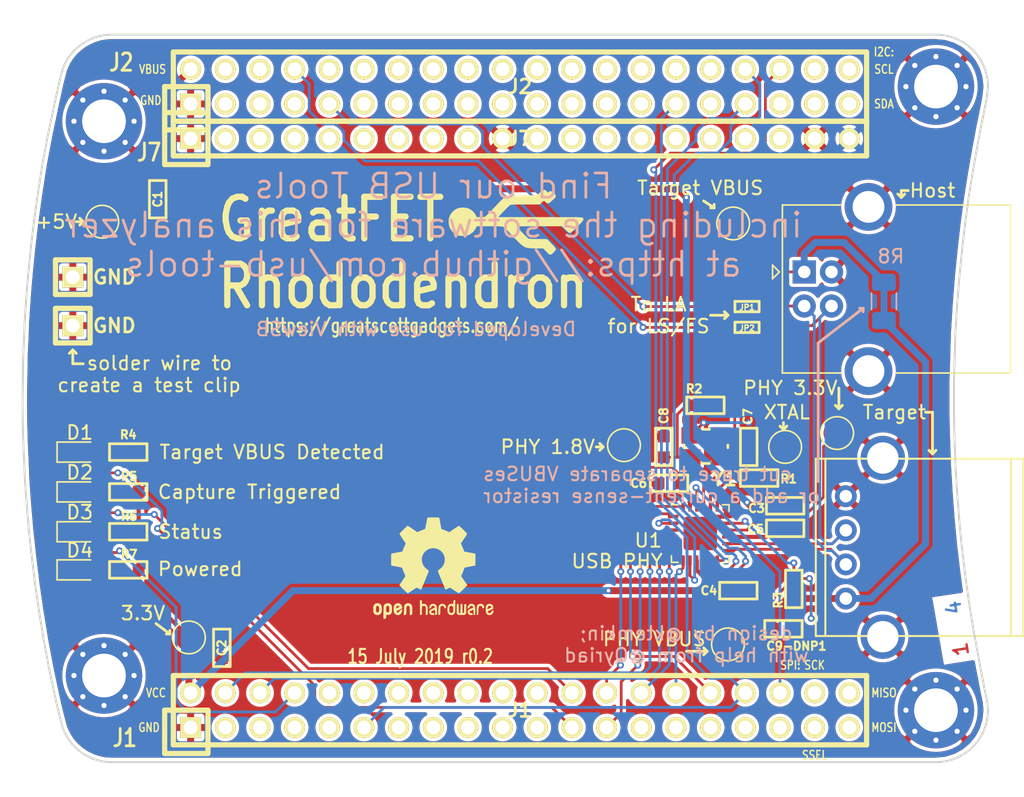
<source format=kicad_pcb>
(kicad_pcb (version 20171130) (host pcbnew 5.1.2)
  (layers (0 F.Cu signal) (31 B.Cu signal) (34 B.Paste user) (35 F.Paste user) (36 B.SilkS user) (37 F.SilkS user) (38 B.Mask user) (39 F.Mask user) (44 Edge.Cuts user))
  (net 0 "")
  (net 1 GND)
  (net 2 VCC)
  (net 3 +5V)
  (net 4 /PHY_VDD33)
  (net 5 /PHY_VDD18)
  (net 6 /PHY_XO)
  (net 7 /TARGET_VBUS)
  (net 8 "Net-(D1-Pad2)")
  (net 9 /LED_VBUS_DETECTED)
  (net 10 /LED_TRIGGERED)
  (net 11 "Net-(D2-Pad2)")
  (net 12 "Net-(D3-Pad2)")
  (net 13 /LED_STATUS)
  (net 14 "Net-(D4-Pad2)")
  (net 15 /P4_9)
  (net 16 /P4_10)
  (net 17 /P1_0)
  (net 18 /P5_1)
  (net 19 /ULPI_CLK)
  (net 20 /P1_5)
  (net 21 /P1_7)
  (net 22 /P1_9)
  (net 23 /P5_3)
  (net 24 /P1_12)
  (net 25 /ULPI_NXT)
  (net 26 /P5_6)
  (net 27 /P5_7)
  (net 28 /P1_18)
  (net 29 /P9_5)
  (net 30 /P2_0)
  (net 31 /P1_20)
  (net 32 /P1_4)
  (net 33 /P1_3)
  (net 34 /P1_19)
  (net 35 /~PHY_RESET)
  (net 36 /ULPI_DATA3)
  (net 37 /ULPI_DATA2)
  (net 38 /ULPI_STP)
  (net 39 /P1_11)
  (net 40 /P1_10)
  (net 41 /P1_8)
  (net 42 /P1_6)
  (net 43 /P5_2)
  (net 44 /P1_2)
  (net 45 /P1_1)
  (net 46 /ULPI_DATA1)
  (net 47 /ULPI_DATA0)
  (net 48 /P4_8)
  (net 49 /P4_0)
  (net 50 /ADC0_0)
  (net 51 /P4_5)
  (net 52 /P4_4)
  (net 53 /LA_USB_D+)
  (net 54 /LA_USB_D-)
  (net 55 /P4_6)
  (net 56 /P4_7)
  (net 57 /CLK2)
  (net 58 /P2_8)
  (net 59 /P2_7)
  (net 60 /P2_6)
  (net 61 /P7_7)
  (net 62 /WAKEUP0)
  (net 63 /P2_5)
  (net 64 /P2_4)
  (net 65 /P2_3)
  (net 66 /PF_4)
  (net 67 /P3_2)
  (net 68 /P7_2)
  (net 69 /P3_1)
  (net 70 /P7_1)
  (net 71 /P3_0)
  (net 72 /P7_0)
  (net 73 /P3_4)
  (net 74 /ULPI_DATA7)
  (net 75 /P3_7)
  (net 76 /P6_7)
  (net 77 /P3_3)
  (net 78 /ULPI_DATA6)
  (net 79 /ULPI_DATA5)
  (net 80 /P2_1)
  (net 81 /ULPI_DATA4)
  (net 82 /P3_5)
  (net 83 /P3_6)
  (net 84 /I2C0_SDA)
  (net 85 /I2C0_SCL)
  (net 86 /ULPI_DIR)
  (net 87 /USB_D-)
  (net 88 /USB_D+)
  (net 89 /P6_4)
  (net 90 /P6_5)
  (net 91 /ADC0_5)
  (net 92 /ADC0_2)
  (net 93 /P2_9)
  (net 94 /P2_12)
  (net 95 /P2_13)
  (net 96 /RTC_ALARM)
  (net 97 /RESET)
  (net 98 /VBAT)
  (net 99 /P2_11)
  (net 100 /P2_10)
  (net 101 /P6_10)
  (net 102 /P6_9)
  (net 103 /P6_2)
  (net 104 /P6_1)
  (net 105 "Net-(R1-Pad2)")
  (net 106 /PHY_VBUS)
  (net 107 +3V3)
  (net 108 /PHY_XI)
  (module rhododendron:usb_tools_logo (layer F.Cu) (at 145.796 82.296 270)
    (fp_text reference G*** hide)
    (fp_text value LOGO hide)
  )
  (module rhododendron:usb_tools_logo (layer F.Cu) (at 142.24 105.41)
    (fp_text reference G*** hide)
    (fp_text value LOGO hide)
  )
  (module Symbol:OSHW-Logo2_9.8x8mm_SilkScreen (layer F.Cu) (at 139.7 107.696)
    (fp_text reference REF** hide)
    (fp_text value OSHW-Logo2_9.8x8mm_SilkScreen hide)
  )
  (module gsg-modules:HEADER-1x1 (layer F.Cu) (at 113.284 89.916)
    (fp_text reference GND (at 3.048 0) (layer F.SilkS) (effects (font (size 1.016 1.016) (thickness 0.2032))))
    (fp_text value TestPoint hide)
    (pad 1 thru_hole rect (at 0 0) (size 1.524 1.524) (drill 1.016) (layers *.Cu *.Mask F.SilkS) (net 1 GND))
  )
  (module gsg-modules:HEADER-1x1 (layer F.Cu) (at 113.284 86.36)
    (fp_text reference GND (at 3.048 0) (layer F.SilkS) (effects (font (size 1.016 1.016) (thickness 0.2032))))
    (fp_text value TestPoint hide)
    (pad 1 thru_hole rect (at 0 0) (size 1.524 1.524) (drill 1.016) (layers *.Cu *.Mask F.SilkS) (net 1 GND))
  )
  (module Resistor_SMD:R_1206_3216Metric (layer B.Cu) (at 172.72 88.138 90)
    (fp_text reference R8 (at 3.302 0.508) (layer B.SilkS) (effects (justify mirror)))
    (fp_text value DNP)
    (pad 2 smd roundrect (at 1.4 0 90) (size 1.25 1.75) (layers B.Cu B.Paste B.Mask) (roundrect_rratio 0.2) (net 7 /TARGET_VBUS))
    (pad 1 smd roundrect (at -1.4 0 90) (size 1.25 1.75) (layers B.Cu B.Paste B.Mask) (roundrect_rratio 0.2) (net 7 /TARGET_VBUS))
  )
  (module LED_SMD:LED_0603_1608Metric_Pad1.05x0.95mm_HandSolder (layer F.Cu) (at 113.792 99.187)
    (fp_text reference D1 (at 0 -1.43) (layer F.SilkS))
    (fp_text value LED)
    (pad 2 smd roundrect (at 0.875 0) (size 1.05 0.95) (layers F.Cu F.Paste F.Mask) (net 8 "Net-(D1-Pad2)"))
    (pad 1 smd roundrect (at -0.875 0) (size 1.05 0.95) (layers F.Cu F.Paste F.Mask) (net 9 /LED_VBUS_DETECTED))
  )
  (module gsg-modules:0603 (layer F.Cu) (at 156.972 101.473 180)
    (fp_text reference C6 (at 2.2225 0) (layer F.SilkS) (effects (font (size 0.6096 0.6096) (thickness 0.1524))))
    (fp_text value 1uF hide)
    (pad 1 smd rect (at -0.762 0 180) (size 0.8636 0.8636) (layers F.Cu F.Paste F.Mask) (net 5 /PHY_VDD18))
    (pad 2 smd rect (at 0.762 0 180) (size 0.8636 0.8636) (layers F.Cu F.Paste F.Mask) (net 1 GND))
  )
  (module rhododendron:USB_B_OST_USB-B1HSxx_Horizontal (layer F.Cu) (at 166.878 85.979)
    (fp_text reference Host (at 9.398 -5.969) (layer F.SilkS))
    (fp_text value USB-B-SHIELDED)
    (pad 0 thru_hole circle (at 4.71 7.27) (size 3.5 3.5) (drill 2.33) (layers *.Cu *.Mask) (net 1 GND))
    (pad 0 thru_hole circle (at 4.71 -4.77) (size 3.5 3.5) (drill 2.33) (layers *.Cu *.Mask) (net 1 GND))
    (pad 4 thru_hole circle (at 2 0) (size 1.7 1.7) (drill 0.92) (layers *.Cu *.Mask) (net 1 GND))
    (pad 3 thru_hole circle (at 2 2.5) (size 1.7 1.7) (drill 0.92) (layers *.Cu *.Mask) (net 88 /USB_D+))
    (pad 2 thru_hole circle (at 0 2.5) (size 1.7 1.7) (drill 0.92) (layers *.Cu *.Mask) (net 87 /USB_D-))
    (pad 1 thru_hole rect (at 0 0) (size 1.7 1.7) (drill 0.92) (layers *.Cu *.Mask) (net 7 /TARGET_VBUS))
  )
  (module gsg-modules:0603 (layer F.Cu) (at 166.116 109.22 90)
    (fp_text reference R3 (at -0.8255 -1.143 90) (layer F.SilkS) (effects (font (size 0.6096 0.6096) (thickness 0.1524))))
    (fp_text value 20k+5% hide)
    (pad 1 smd rect (at -0.762 0 90) (size 0.8636 0.8636) (layers F.Cu F.Paste F.Mask) (net 7 /TARGET_VBUS))
    (pad 2 smd rect (at 0.762 0 90) (size 0.8636 0.8636) (layers F.Cu F.Paste F.Mask) (net 106 /PHY_VBUS))
  )
  (module rhododendron:CONN-Amphenol-UE27AC54100 (layer F.Cu) (at 169.926 106.172 90)
    (fp_text reference Target (at 9.906 3.556 180) (layer F.SilkS))
    (fp_text value USB-A-SHIELDED)
    (pad 1 thru_hole circle (at -3.75 0 90) (size 1.6 1.6) (drill 0.92) (layers *.Cu *.Mask) (net 7 /TARGET_VBUS))
    (pad 2 thru_hole circle (at -1.25 0 90) (size 1.6 1.6) (drill 0.92) (layers *.Cu *.Mask) (net 87 /USB_D-))
    (pad 3 thru_hole circle (at 1.25 0 90) (size 1.6 1.6) (drill 0.92) (layers *.Cu *.Mask) (net 88 /USB_D+))
    (pad 4 thru_hole circle (at 3.75 0 90) (size 1.6 1.6) (drill 0.92) (layers *.Cu *.Mask) (net 1 GND))
    (pad 0 thru_hole circle (at -6.55 2.71 90) (size 3.25 3.25) (drill 2.3) (layers *.Cu *.Mask) (net 1 GND))
    (pad 0 thru_hole circle (at 6.55 2.71 90) (size 3.25 3.25) (drill 2.3) (layers *.Cu *.Mask) (net 1 GND))
  )
  (module gsg-modules:HEADER-2x20 (layer F.Cu) (at 146.05 118.11)
    (fp_text reference J1 (at 0 0) (layer F.SilkS) (effects (font (size 1.016 1.016) (thickness 0.2032))))
    (fp_text value Conn_02x20_Odd_Even hide)
    (pad 40 thru_hole circle (at 24.13 -1.27) (size 1.524 1.524) (drill 1.016) (layers *.Cu *.Mask F.SilkS) (net 33 /P1_3))
    (pad 39 thru_hole circle (at 24.13 1.27) (size 1.524 1.524) (drill 1.016) (layers *.Cu *.Mask F.SilkS) (net 32 /P1_4))
    (pad 38 thru_hole circle (at 21.59 -1.27) (size 1.524 1.524) (drill 1.016) (layers *.Cu *.Mask F.SilkS) (net 34 /P1_19))
    (pad 37 thru_hole circle (at 21.59 1.27) (size 1.524 1.524) (drill 1.016) (layers *.Cu *.Mask F.SilkS) (net 31 /P1_20))
    (pad 36 thru_hole circle (at 19.05 -1.27) (size 1.524 1.524) (drill 1.016) (layers *.Cu *.Mask F.SilkS) (net 35 /~PHY_RESET))
    (pad 35 thru_hole circle (at 19.05 1.27) (size 1.524 1.524) (drill 1.016) (layers *.Cu *.Mask F.SilkS) (net 30 /P2_0))
    (pad 34 thru_hole circle (at 16.51 -1.27) (size 1.524 1.524) (drill 1.016) (layers *.Cu *.Mask F.SilkS) (net 19 /ULPI_CLK))
    (pad 33 thru_hole circle (at 16.51 1.27) (size 1.524 1.524) (drill 1.016) (layers *.Cu *.Mask F.SilkS) (net 29 /P9_5))
    (pad 32 thru_hole circle (at 13.97 -1.27) (size 1.524 1.524) (drill 1.016) (layers *.Cu *.Mask F.SilkS) (net 86 /ULPI_DIR))
    (pad 31 thru_hole circle (at 13.97 1.27) (size 1.524 1.524) (drill 1.016) (layers *.Cu *.Mask F.SilkS) (net 28 /P1_18))
    (pad 30 thru_hole circle (at 11.43 -1.27) (size 1.524 1.524) (drill 1.016) (layers *.Cu *.Mask F.SilkS) (net 36 /ULPI_DATA3))
    (pad 29 thru_hole circle (at 11.43 1.27) (size 1.524 1.524) (drill 1.016) (layers *.Cu *.Mask F.SilkS) (net 27 /P5_7))
    (pad 28 thru_hole circle (at 8.89 -1.27) (size 1.524 1.524) (drill 1.016) (layers *.Cu *.Mask F.SilkS) (net 37 /ULPI_DATA2))
    (pad 27 thru_hole circle (at 8.89 1.27) (size 1.524 1.524) (drill 1.016) (layers *.Cu *.Mask F.SilkS) (net 26 /P5_6))
    (pad 26 thru_hole circle (at 6.35 -1.27) (size 1.524 1.524) (drill 1.016) (layers *.Cu *.Mask F.SilkS) (net 38 /ULPI_STP))
    (pad 25 thru_hole circle (at 6.35 1.27) (size 1.524 1.524) (drill 1.016) (layers *.Cu *.Mask F.SilkS) (net 25 /ULPI_NXT))
    (pad 24 thru_hole circle (at 3.81 -1.27) (size 1.524 1.524) (drill 1.016) (layers *.Cu *.Mask F.SilkS) (net 10 /LED_TRIGGERED))
    (pad 23 thru_hole circle (at 3.81 1.27) (size 1.524 1.524) (drill 1.016) (layers *.Cu *.Mask F.SilkS) (net 9 /LED_VBUS_DETECTED))
    (pad 22 thru_hole circle (at 1.27 -1.27) (size 1.524 1.524) (drill 1.016) (layers *.Cu *.Mask F.SilkS) (net 39 /P1_11))
    (pad 21 thru_hole circle (at 1.27 1.27) (size 1.524 1.524) (drill 1.016) (layers *.Cu *.Mask F.SilkS) (net 24 /P1_12))
    (pad 20 thru_hole circle (at -1.27 -1.27) (size 1.524 1.524) (drill 1.016) (layers *.Cu *.Mask F.SilkS) (net 40 /P1_10))
    (pad 19 thru_hole circle (at -1.27 1.27) (size 1.524 1.524) (drill 1.016) (layers *.Cu *.Mask F.SilkS) (net 23 /P5_3))
    (pad 18 thru_hole circle (at -3.81 -1.27) (size 1.524 1.524) (drill 1.016) (layers *.Cu *.Mask F.SilkS) (net 41 /P1_8))
    (pad 17 thru_hole circle (at -3.81 1.27) (size 1.524 1.524) (drill 1.016) (layers *.Cu *.Mask F.SilkS) (net 22 /P1_9))
    (pad 16 thru_hole circle (at -6.35 -1.27) (size 1.524 1.524) (drill 1.016) (layers *.Cu *.Mask F.SilkS) (net 42 /P1_6))
    (pad 15 thru_hole circle (at -6.35 1.27) (size 1.524 1.524) (drill 1.016) (layers *.Cu *.Mask F.SilkS) (net 21 /P1_7))
    (pad 14 thru_hole circle (at -8.89 -1.27) (size 1.524 1.524) (drill 1.016) (layers *.Cu *.Mask F.SilkS) (net 43 /P5_2))
    (pad 13 thru_hole circle (at -8.89 1.27) (size 1.524 1.524) (drill 1.016) (layers *.Cu *.Mask F.SilkS) (net 20 /P1_5))
    (pad 12 thru_hole circle (at -11.43 -1.27) (size 1.524 1.524) (drill 1.016) (layers *.Cu *.Mask F.SilkS) (net 44 /P1_2))
    (pad 11 thru_hole circle (at -11.43 1.27) (size 1.524 1.524) (drill 1.016) (layers *.Cu *.Mask F.SilkS) (net 19 /ULPI_CLK))
    (pad 10 thru_hole circle (at -13.97 -1.27) (size 1.524 1.524) (drill 1.016) (layers *.Cu *.Mask F.SilkS) (net 45 /P1_1))
    (pad 9 thru_hole circle (at -13.97 1.27) (size 1.524 1.524) (drill 1.016) (layers *.Cu *.Mask F.SilkS) (net 18 /P5_1))
    (pad 8 thru_hole circle (at -16.51 -1.27) (size 1.524 1.524) (drill 1.016) (layers *.Cu *.Mask F.SilkS) (net 13 /LED_STATUS))
    (pad 7 thru_hole circle (at -16.51 1.27) (size 1.524 1.524) (drill 1.016) (layers *.Cu *.Mask F.SilkS) (net 17 /P1_0))
    (pad 6 thru_hole circle (at -19.05 -1.27) (size 1.524 1.524) (drill 1.016) (layers *.Cu *.Mask F.SilkS) (net 46 /ULPI_DATA1))
    (pad 5 thru_hole circle (at -19.05 1.27) (size 1.524 1.524) (drill 1.016) (layers *.Cu *.Mask F.SilkS) (net 16 /P4_10))
    (pad 4 thru_hole circle (at -21.59 -1.27) (size 1.524 1.524) (drill 1.016) (layers *.Cu *.Mask F.SilkS) (net 47 /ULPI_DATA0))
    (pad 3 thru_hole circle (at -21.59 1.27) (size 1.524 1.524) (drill 1.016) (layers *.Cu *.Mask F.SilkS) (net 15 /P4_9))
    (pad 2 thru_hole circle (at -24.13 -1.27) (size 1.524 1.524) (drill 1.016) (layers *.Cu *.Mask F.SilkS) (net 107 +3V3))
    (pad 1 thru_hole rect (at -24.13 1.27) (size 1.524 1.524) (drill 1.016) (layers *.Cu *.Mask F.SilkS) (net 1 GND))
  )
  (module gsg-modules:HEADER-1x20 (layer F.Cu) (at 146.05 76.2)
    (fp_text reference J7 (at 0 0) (layer F.SilkS) (effects (font (size 1.016 1.016) (thickness 0.2032))))
    (fp_text value BONUS_ROW hide)
    (pad 1 thru_hole rect (at -24.13 0) (size 1.524 1.524) (drill 1.016) (layers *.Cu *.Mask F.SilkS) (net 1 GND))
    (pad 2 thru_hole circle (at -21.59 0) (size 1.524 1.524) (drill 1.016) (layers *.Cu *.Mask F.SilkS) (net 89 /P6_4))
    (pad 3 thru_hole circle (at -19.05 0) (size 1.524 1.524) (drill 1.016) (layers *.Cu *.Mask F.SilkS) (net 90 /P6_5))
    (pad 4 thru_hole circle (at -16.51 0) (size 1.524 1.524) (drill 1.016) (layers *.Cu *.Mask F.SilkS) (net 91 /ADC0_5))
    (pad 5 thru_hole circle (at -13.97 0) (size 1.524 1.524) (drill 1.016) (layers *.Cu *.Mask F.SilkS) (net 92 /ADC0_2))
    (pad 6 thru_hole circle (at -11.43 0) (size 1.524 1.524) (drill 1.016) (layers *.Cu *.Mask F.SilkS) (net 93 /P2_9))
    (pad 7 thru_hole circle (at -8.89 0) (size 1.524 1.524) (drill 1.016) (layers *.Cu *.Mask F.SilkS) (net 94 /P2_12))
    (pad 8 thru_hole circle (at -6.35 0) (size 1.524 1.524) (drill 1.016) (layers *.Cu *.Mask F.SilkS) (net 95 /P2_13))
    (pad 9 thru_hole circle (at -3.81 0) (size 1.524 1.524) (drill 1.016) (layers *.Cu *.Mask F.SilkS) (net 96 /RTC_ALARM))
    (pad 10 thru_hole circle (at -1.27 0) (size 1.524 1.524) (drill 1.016) (layers *.Cu *.Mask F.SilkS) (net 1 GND))
    (pad 11 thru_hole circle (at 1.27 0) (size 1.524 1.524) (drill 1.016) (layers *.Cu *.Mask F.SilkS) (net 97 /RESET))
    (pad 12 thru_hole circle (at 3.81 0) (size 1.524 1.524) (drill 1.016) (layers *.Cu *.Mask F.SilkS) (net 98 /VBAT))
    (pad 13 thru_hole circle (at 6.35 0) (size 1.524 1.524) (drill 1.016) (layers *.Cu *.Mask F.SilkS) (net 99 /P2_11))
    (pad 14 thru_hole circle (at 8.89 0) (size 1.524 1.524) (drill 1.016) (layers *.Cu *.Mask F.SilkS) (net 100 /P2_10))
    (pad 15 thru_hole circle (at 11.43 0) (size 1.524 1.524) (drill 1.016) (layers *.Cu *.Mask F.SilkS) (net 101 /P6_10))
    (pad 16 thru_hole circle (at 13.97 0) (size 1.524 1.524) (drill 1.016) (layers *.Cu *.Mask F.SilkS) (net 102 /P6_9))
    (pad 17 thru_hole circle (at 16.51 0) (size 1.524 1.524) (drill 1.016) (layers *.Cu *.Mask F.SilkS) (net 103 /P6_2))
    (pad 18 thru_hole circle (at 19.05 0) (size 1.524 1.524) (drill 1.016) (layers *.Cu *.Mask F.SilkS) (net 104 /P6_1))
    (pad 19 thru_hole circle (at 21.59 0) (size 1.524 1.524) (drill 1.016) (layers *.Cu *.Mask F.SilkS) (net 1 GND))
    (pad 20 thru_hole circle (at 24.13 0) (size 1.524 1.524) (drill 1.016) (layers *.Cu *.Mask F.SilkS) (net 2 VCC))
  )
  (module gsg-modules:HEADER-2x20 (layer F.Cu) (at 146.05 72.39)
    (fp_text reference J2 (at 0 0) (layer F.SilkS) (effects (font (size 1.016 1.016) (thickness 0.2032))))
    (fp_text value Conn_02x20_Odd_Even hide)
    (pad 1 thru_hole rect (at -24.13 1.27) (size 1.524 1.524) (drill 1.016) (layers *.Cu *.Mask F.SilkS) (net 1 GND))
    (pad 2 thru_hole circle (at -24.13 -1.27) (size 1.524 1.524) (drill 1.016) (layers *.Cu *.Mask F.SilkS) (net 3 +5V))
    (pad 3 thru_hole circle (at -21.59 1.27) (size 1.524 1.524) (drill 1.016) (layers *.Cu *.Mask F.SilkS) (net 48 /P4_8))
    (pad 4 thru_hole circle (at -21.59 -1.27) (size 1.524 1.524) (drill 1.016) (layers *.Cu *.Mask F.SilkS) (net 49 /P4_0))
    (pad 5 thru_hole circle (at -19.05 1.27) (size 1.524 1.524) (drill 1.016) (layers *.Cu *.Mask F.SilkS) (net 50 /ADC0_0))
    (pad 6 thru_hole circle (at -19.05 -1.27) (size 1.524 1.524) (drill 1.016) (layers *.Cu *.Mask F.SilkS) (net 51 /P4_5))
    (pad 7 thru_hole circle (at -16.51 1.27) (size 1.524 1.524) (drill 1.016) (layers *.Cu *.Mask F.SilkS) (net 52 /P4_4))
    (pad 8 thru_hole circle (at -16.51 -1.27) (size 1.524 1.524) (drill 1.016) (layers *.Cu *.Mask F.SilkS) (net 53 /LA_USB_D+))
    (pad 9 thru_hole circle (at -13.97 1.27) (size 1.524 1.524) (drill 1.016) (layers *.Cu *.Mask F.SilkS) (net 54 /LA_USB_D-))
    (pad 10 thru_hole circle (at -13.97 -1.27) (size 1.524 1.524) (drill 1.016) (layers *.Cu *.Mask F.SilkS) (net 55 /P4_6))
    (pad 11 thru_hole circle (at -11.43 1.27) (size 1.524 1.524) (drill 1.016) (layers *.Cu *.Mask F.SilkS) (net 56 /P4_7))
    (pad 12 thru_hole circle (at -11.43 -1.27) (size 1.524 1.524) (drill 1.016) (layers *.Cu *.Mask F.SilkS) (net 57 /CLK2))
    (pad 13 thru_hole circle (at -8.89 1.27) (size 1.524 1.524) (drill 1.016) (layers *.Cu *.Mask F.SilkS) (net 58 /P2_8))
    (pad 14 thru_hole circle (at -8.89 -1.27) (size 1.524 1.524) (drill 1.016) (layers *.Cu *.Mask F.SilkS) (net 59 /P2_7))
    (pad 15 thru_hole circle (at -6.35 1.27) (size 1.524 1.524) (drill 1.016) (layers *.Cu *.Mask F.SilkS) (net 60 /P2_6))
    (pad 16 thru_hole circle (at -6.35 -1.27) (size 1.524 1.524) (drill 1.016) (layers *.Cu *.Mask F.SilkS) (net 61 /P7_7))
    (pad 17 thru_hole circle (at -3.81 1.27) (size 1.524 1.524) (drill 1.016) (layers *.Cu *.Mask F.SilkS) (net 62 /WAKEUP0))
    (pad 18 thru_hole circle (at -3.81 -1.27) (size 1.524 1.524) (drill 1.016) (layers *.Cu *.Mask F.SilkS) (net 63 /P2_5))
    (pad 19 thru_hole circle (at -1.27 1.27) (size 1.524 1.524) (drill 1.016) (layers *.Cu *.Mask F.SilkS) (net 64 /P2_4))
    (pad 20 thru_hole circle (at -1.27 -1.27) (size 1.524 1.524) (drill 1.016) (layers *.Cu *.Mask F.SilkS) (net 65 /P2_3))
    (pad 21 thru_hole circle (at 1.27 1.27) (size 1.524 1.524) (drill 1.016) (layers *.Cu *.Mask F.SilkS) (net 66 /PF_4))
    (pad 22 thru_hole circle (at 1.27 -1.27) (size 1.524 1.524) (drill 1.016) (layers *.Cu *.Mask F.SilkS) (net 67 /P3_2))
    (pad 23 thru_hole circle (at 3.81 1.27) (size 1.524 1.524) (drill 1.016) (layers *.Cu *.Mask F.SilkS) (net 68 /P7_2))
    (pad 24 thru_hole circle (at 3.81 -1.27) (size 1.524 1.524) (drill 1.016) (layers *.Cu *.Mask F.SilkS) (net 69 /P3_1))
    (pad 25 thru_hole circle (at 6.35 1.27) (size 1.524 1.524) (drill 1.016) (layers *.Cu *.Mask F.SilkS) (net 70 /P7_1))
    (pad 26 thru_hole circle (at 6.35 -1.27) (size 1.524 1.524) (drill 1.016) (layers *.Cu *.Mask F.SilkS) (net 71 /P3_0))
    (pad 27 thru_hole circle (at 8.89 1.27) (size 1.524 1.524) (drill 1.016) (layers *.Cu *.Mask F.SilkS) (net 72 /P7_0))
    (pad 28 thru_hole circle (at 8.89 -1.27) (size 1.524 1.524) (drill 1.016) (layers *.Cu *.Mask F.SilkS) (net 73 /P3_4))
    (pad 29 thru_hole circle (at 11.43 1.27) (size 1.524 1.524) (drill 1.016) (layers *.Cu *.Mask F.SilkS) (net 74 /ULPI_DATA7))
    (pad 30 thru_hole circle (at 11.43 -1.27) (size 1.524 1.524) (drill 1.016) (layers *.Cu *.Mask F.SilkS) (net 75 /P3_7))
    (pad 31 thru_hole circle (at 13.97 1.27) (size 1.524 1.524) (drill 1.016) (layers *.Cu *.Mask F.SilkS) (net 76 /P6_7))
    (pad 32 thru_hole circle (at 13.97 -1.27) (size 1.524 1.524) (drill 1.016) (layers *.Cu *.Mask F.SilkS) (net 77 /P3_3))
    (pad 33 thru_hole circle (at 16.51 1.27) (size 1.524 1.524) (drill 1.016) (layers *.Cu *.Mask F.SilkS) (net 78 /ULPI_DATA6))
    (pad 34 thru_hole circle (at 16.51 -1.27) (size 1.524 1.524) (drill 1.016) (layers *.Cu *.Mask F.SilkS) (net 79 /ULPI_DATA5))
    (pad 35 thru_hole circle (at 19.05 1.27) (size 1.524 1.524) (drill 1.016) (layers *.Cu *.Mask F.SilkS) (net 80 /P2_1))
    (pad 36 thru_hole circle (at 19.05 -1.27) (size 1.524 1.524) (drill 1.016) (layers *.Cu *.Mask F.SilkS) (net 81 /ULPI_DATA4))
    (pad 37 thru_hole circle (at 21.59 1.27) (size 1.524 1.524) (drill 1.016) (layers *.Cu *.Mask F.SilkS) (net 82 /P3_5))
    (pad 38 thru_hole circle (at 21.59 -1.27) (size 1.524 1.524) (drill 1.016) (layers *.Cu *.Mask F.SilkS) (net 83 /P3_6))
    (pad 39 thru_hole circle (at 24.13 1.27) (size 1.524 1.524) (drill 1.016) (layers *.Cu *.Mask F.SilkS) (net 84 /I2C0_SDA))
    (pad 40 thru_hole circle (at 24.13 -1.27) (size 1.524 1.524) (drill 1.016) (layers *.Cu *.Mask F.SilkS) (net 85 /I2C0_SCL))
  )
  (module gsg-modules:HOLE126MIL-COPPER (layer F.Cu) (at 115.57 74.93)
    (fp_text reference MH1 hide)
    (fp_text value MOUNTING_HOLE hide)
    (pad 1 thru_hole circle (at 0 0) (size 5.6 5.6) (drill 3.2004) (layers *.Cu *.Mask) (net 1 GND))
    (pad 1 thru_hole circle (at 0 -2.2) (size 0.6 0.6) (drill 0.381) (layers *.Cu *.Mask) (net 1 GND))
    (pad 1 thru_hole circle (at -2.2 0) (size 0.6 0.6) (drill 0.381) (layers *.Cu *.Mask) (net 1 GND))
    (pad 1 thru_hole circle (at 0 2.2) (size 0.6 0.6) (drill 0.381) (layers *.Cu *.Mask) (net 1 GND))
    (pad 1 thru_hole circle (at 2.2 0) (size 0.6 0.6) (drill 0.381) (layers *.Cu *.Mask) (net 1 GND))
    (pad 1 thru_hole circle (at 1.55 -1.55) (size 0.6 0.6) (drill 0.381) (layers *.Cu *.Mask) (net 1 GND))
    (pad 1 thru_hole circle (at -1.55 -1.55) (size 0.6 0.6) (drill 0.381) (layers *.Cu *.Mask) (net 1 GND))
    (pad 1 thru_hole circle (at -1.55 1.55) (size 0.6 0.6) (drill 0.381) (layers *.Cu *.Mask) (net 1 GND))
    (pad 1 thru_hole circle (at 1.55 1.55) (size 0.6 0.6) (drill 0.381) (layers *.Cu *.Mask) (net 1 GND))
  )
  (module gsg-modules:HOLE126MIL-COPPER (layer F.Cu) (at 115.57 115.57)
    (fp_text reference MH2 hide)
    (fp_text value MOUNTING_HOLE hide)
    (pad 1 thru_hole circle (at 0 0) (size 5.6 5.6) (drill 3.2004) (layers *.Cu *.Mask) (net 1 GND))
    (pad 1 thru_hole circle (at 0 -2.2) (size 0.6 0.6) (drill 0.381) (layers *.Cu *.Mask) (net 1 GND))
    (pad 1 thru_hole circle (at -2.2 0) (size 0.6 0.6) (drill 0.381) (layers *.Cu *.Mask) (net 1 GND))
    (pad 1 thru_hole circle (at 0 2.2) (size 0.6 0.6) (drill 0.381) (layers *.Cu *.Mask) (net 1 GND))
    (pad 1 thru_hole circle (at 2.2 0) (size 0.6 0.6) (drill 0.381) (layers *.Cu *.Mask) (net 1 GND))
    (pad 1 thru_hole circle (at 1.55 -1.55) (size 0.6 0.6) (drill 0.381) (layers *.Cu *.Mask) (net 1 GND))
    (pad 1 thru_hole circle (at -1.55 -1.55) (size 0.6 0.6) (drill 0.381) (layers *.Cu *.Mask) (net 1 GND))
    (pad 1 thru_hole circle (at -1.55 1.55) (size 0.6 0.6) (drill 0.381) (layers *.Cu *.Mask) (net 1 GND))
    (pad 1 thru_hole circle (at 1.55 1.55) (size 0.6 0.6) (drill 0.381) (layers *.Cu *.Mask) (net 1 GND))
  )
  (module gsg-modules:HOLE126MIL-COPPER (layer F.Cu) (at 176.53 118.11)
    (fp_text reference MH3 hide)
    (fp_text value MOUNTING_HOLE hide)
    (pad 1 thru_hole circle (at 0 0) (size 5.6 5.6) (drill 3.2004) (layers *.Cu *.Mask) (net 1 GND))
    (pad 1 thru_hole circle (at 0 -2.2) (size 0.6 0.6) (drill 0.381) (layers *.Cu *.Mask) (net 1 GND))
    (pad 1 thru_hole circle (at -2.2 0) (size 0.6 0.6) (drill 0.381) (layers *.Cu *.Mask) (net 1 GND))
    (pad 1 thru_hole circle (at 0 2.2) (size 0.6 0.6) (drill 0.381) (layers *.Cu *.Mask) (net 1 GND))
    (pad 1 thru_hole circle (at 2.2 0) (size 0.6 0.6) (drill 0.381) (layers *.Cu *.Mask) (net 1 GND))
    (pad 1 thru_hole circle (at 1.55 -1.55) (size 0.6 0.6) (drill 0.381) (layers *.Cu *.Mask) (net 1 GND))
    (pad 1 thru_hole circle (at -1.55 -1.55) (size 0.6 0.6) (drill 0.381) (layers *.Cu *.Mask) (net 1 GND))
    (pad 1 thru_hole circle (at -1.55 1.55) (size 0.6 0.6) (drill 0.381) (layers *.Cu *.Mask) (net 1 GND))
    (pad 1 thru_hole circle (at 1.55 1.55) (size 0.6 0.6) (drill 0.381) (layers *.Cu *.Mask) (net 1 GND))
  )
  (module gsg-modules:HOLE126MIL-COPPER (layer F.Cu) (at 176.53 72.39)
    (fp_text reference MH4 hide)
    (fp_text value MOUNTING_HOLE hide)
    (pad 1 thru_hole circle (at 0 0) (size 5.6 5.6) (drill 3.2004) (layers *.Cu *.Mask) (net 1 GND))
    (pad 1 thru_hole circle (at 0 -2.2) (size 0.6 0.6) (drill 0.381) (layers *.Cu *.Mask) (net 1 GND))
    (pad 1 thru_hole circle (at -2.2 0) (size 0.6 0.6) (drill 0.381) (layers *.Cu *.Mask) (net 1 GND))
    (pad 1 thru_hole circle (at 0 2.2) (size 0.6 0.6) (drill 0.381) (layers *.Cu *.Mask) (net 1 GND))
    (pad 1 thru_hole circle (at 2.2 0) (size 0.6 0.6) (drill 0.381) (layers *.Cu *.Mask) (net 1 GND))
    (pad 1 thru_hole circle (at 1.55 -1.55) (size 0.6 0.6) (drill 0.381) (layers *.Cu *.Mask) (net 1 GND))
    (pad 1 thru_hole circle (at -1.55 -1.55) (size 0.6 0.6) (drill 0.381) (layers *.Cu *.Mask) (net 1 GND))
    (pad 1 thru_hole circle (at -1.55 1.55) (size 0.6 0.6) (drill 0.381) (layers *.Cu *.Mask) (net 1 GND))
    (pad 1 thru_hole circle (at 1.55 1.55) (size 0.6 0.6) (drill 0.381) (layers *.Cu *.Mask) (net 1 GND))
  )
  (module gsg-modules:0603 (layer F.Cu) (at 119.507 80.645 270)
    (fp_text reference C1 (at 0 0 90) (layer F.SilkS) (effects (font (size 0.6096 0.6096) (thickness 0.1524))))
    (fp_text value 1uF hide)
    (pad 2 smd rect (at 0.762 0 270) (size 0.8636 0.8636) (layers F.Cu F.Paste F.Mask) (net 1 GND))
    (pad 1 smd rect (at -0.762 0 270) (size 0.8636 0.8636) (layers F.Cu F.Paste F.Mask) (net 3 +5V))
  )
  (module gsg-modules:0603 (layer F.Cu) (at 124.206 113.538 270)
    (fp_text reference C2 (at 0 0 90) (layer F.SilkS) (effects (font (size 0.6096 0.6096) (thickness 0.1524))))
    (fp_text value 1uF hide)
    (pad 2 smd rect (at 0.762 0 270) (size 0.8636 0.8636) (layers F.Cu F.Paste F.Mask) (net 1 GND))
    (pad 1 smd rect (at -0.762 0 270) (size 0.8636 0.8636) (layers F.Cu F.Paste F.Mask) (net 107 +3V3))
  )
  (module gsg-modules:0603 (layer F.Cu) (at 165.481 103.124)
    (fp_text reference C3 (at -2.0955 0.1905) (layer F.SilkS) (effects (font (size 0.6096 0.6096) (thickness 0.1524))))
    (fp_text value 0.1uF hide)
    (pad 1 smd rect (at -0.762 0) (size 0.8636 0.8636) (layers F.Cu F.Paste F.Mask) (net 3 +5V))
    (pad 2 smd rect (at 0.762 0) (size 0.8636 0.8636) (layers F.Cu F.Paste F.Mask) (net 1 GND))
  )
  (module gsg-modules:0603 (layer F.Cu) (at 162.052 109.347)
    (fp_text reference C4 (at -2.159 0) (layer F.SilkS) (effects (font (size 0.6096 0.6096) (thickness 0.1524))))
    (fp_text value 0.1uF hide)
    (pad 2 smd rect (at 0.762 0) (size 0.8636 0.8636) (layers F.Cu F.Paste F.Mask) (net 1 GND))
    (pad 1 smd rect (at -0.762 0) (size 0.8636 0.8636) (layers F.Cu F.Paste F.Mask) (net 107 +3V3))
  )
  (module gsg-modules:0603 (layer F.Cu) (at 165.481 104.775 180)
    (fp_text reference C5 (at 2.159 -0.0635) (layer F.SilkS) (effects (font (size 0.6096 0.6096) (thickness 0.1524))))
    (fp_text value 1uF hide)
    (pad 1 smd rect (at -0.762 0 180) (size 0.8636 0.8636) (layers F.Cu F.Paste F.Mask) (net 1 GND))
    (pad 2 smd rect (at 0.762 0 180) (size 0.8636 0.8636) (layers F.Cu F.Paste F.Mask) (net 4 /PHY_VDD33))
  )
  (module gsg-modules:0603 (layer F.Cu) (at 162.814 98.806 270)
    (fp_text reference C7 (at -2.2225 0.0635 90) (layer F.SilkS) (effects (font (size 0.6096 0.6096) (thickness 0.1524))))
    (fp_text value 8.2pF hide)
    (pad 1 smd rect (at -0.762 0 270) (size 0.8636 0.8636) (layers F.Cu F.Paste F.Mask) (net 1 GND))
    (pad 2 smd rect (at 0.762 0 270) (size 0.8636 0.8636) (layers F.Cu F.Paste F.Mask) (net 6 /PHY_XO))
  )
  (module gsg-modules:0603 (layer F.Cu) (at 165.354 112.141)
    (fp_text reference C9-DNP1 (at 0.9525 1.27) (layer F.SilkS) (effects (font (size 0.6096 0.6096) (thickness 0.1524))))
    (fp_text value 2.2uF hide)
    (pad 2 smd rect (at 0.762 0) (size 0.8636 0.8636) (layers F.Cu F.Paste F.Mask) (net 7 /TARGET_VBUS))
    (pad 1 smd rect (at -0.762 0) (size 0.8636 0.8636) (layers F.Cu F.Paste F.Mask) (net 1 GND))
  )
  (module LED_SMD:LED_0603_1608Metric_Pad1.05x0.95mm_HandSolder (layer F.Cu) (at 113.792 102.108)
    (fp_text reference D2 (at 0 -1.43) (layer F.SilkS))
    (fp_text value LED)
    (pad 1 smd roundrect (at -0.875 0) (size 1.05 0.95) (layers F.Cu F.Paste F.Mask) (net 10 /LED_TRIGGERED))
    (pad 2 smd roundrect (at 0.875 0) (size 1.05 0.95) (layers F.Cu F.Paste F.Mask) (net 11 "Net-(D2-Pad2)"))
  )
  (module LED_SMD:LED_0603_1608Metric_Pad1.05x0.95mm_HandSolder (layer F.Cu) (at 113.792 105.029)
    (fp_text reference D3 (at 0 -1.43) (layer F.SilkS))
    (fp_text value LED)
    (pad 2 smd roundrect (at 0.875 0) (size 1.05 0.95) (layers F.Cu F.Paste F.Mask) (net 12 "Net-(D3-Pad2)"))
    (pad 1 smd roundrect (at -0.875 0) (size 1.05 0.95) (layers F.Cu F.Paste F.Mask) (net 13 /LED_STATUS))
  )
  (module LED_SMD:LED_0603_1608Metric_Pad1.05x0.95mm_HandSolder (layer F.Cu) (at 113.792 107.823)
    (fp_text reference D4 (at 0 -1.43) (layer F.SilkS))
    (fp_text value LED)
    (pad 1 smd roundrect (at -0.875 0) (size 1.05 0.95) (layers F.Cu F.Paste F.Mask) (net 1 GND))
    (pad 2 smd roundrect (at 0.875 0) (size 1.05 0.95) (layers F.Cu F.Paste F.Mask) (net 14 "Net-(D4-Pad2)"))
  )
  (module gsg-modules:0402-SHORT-10MIL (layer F.Cu) (at 162.687 88.519)
    (fp_text reference JP1 (at 0 0.0508) (layer F.SilkS) (effects (font (size 0.4064 0.4064) (thickness 0.1016))))
    (fp_text value Jumper_NC_Small hide)
    (pad "" smd rect (at 0 0) (size 0.762 0.254) (layers F.Cu F.Mask))
    (pad 1 smd rect (at -0.5334 0) (size 0.508 0.5588) (layers F.Cu F.Mask) (net 54 /LA_USB_D-))
    (pad 2 smd rect (at 0.5334 0) (size 0.508 0.5588) (layers F.Cu F.Mask) (net 87 /USB_D-))
  )
  (module gsg-modules:0402-SHORT-10MIL (layer F.Cu) (at 162.687 90.043)
    (fp_text reference JP2 (at 0 0.0508) (layer F.SilkS) (effects (font (size 0.4064 0.4064) (thickness 0.1016))))
    (fp_text value Jumper_NC_Small hide)
    (pad 2 smd rect (at 0.5334 0) (size 0.508 0.5588) (layers F.Cu F.Mask) (net 88 /USB_D+))
    (pad 1 smd rect (at -0.5334 0) (size 0.508 0.5588) (layers F.Cu F.Mask) (net 53 /LA_USB_D+))
    (pad "" smd rect (at 0 0) (size 0.762 0.254) (layers F.Cu F.Mask))
  )
  (module gsg-modules:0603 (layer F.Cu) (at 163.576 101.092 180)
    (fp_text reference R1 (at -2.159 -0.0635) (layer F.SilkS) (effects (font (size 0.6096 0.6096) (thickness 0.1524))))
    (fp_text value 8.06k+1% hide)
    (pad 1 smd rect (at -0.762 0 180) (size 0.8636 0.8636) (layers F.Cu F.Paste F.Mask) (net 1 GND))
    (pad 2 smd rect (at 0.762 0 180) (size 0.8636 0.8636) (layers F.Cu F.Paste F.Mask) (net 105 "Net-(R1-Pad2)"))
  )
  (module gsg-modules:0603 (layer F.Cu) (at 159.639 95.758 180)
    (fp_text reference R2 (at 0.8255 1.2065) (layer F.SilkS) (effects (font (size 0.6096 0.6096) (thickness 0.1524))))
    (fp_text value 1M hide)
    (pad 2 smd rect (at 0.762 0 180) (size 0.8636 0.8636) (layers F.Cu F.Paste F.Mask) (net 108 /PHY_XI))
    (pad 1 smd rect (at -0.762 0 180) (size 0.8636 0.8636) (layers F.Cu F.Paste F.Mask) (net 6 /PHY_XO))
  )
  (module gsg-modules:0603 (layer F.Cu) (at 117.348 99.187)
    (fp_text reference R4 (at 0 -1.27) (layer F.SilkS) (effects (font (size 0.6096 0.6096) (thickness 0.1524))))
    (fp_text value 330 hide)
    (pad 1 smd rect (at -0.762 0) (size 0.8636 0.8636) (layers F.Cu F.Paste F.Mask) (net 8 "Net-(D1-Pad2)"))
    (pad 2 smd rect (at 0.762 0) (size 0.8636 0.8636) (layers F.Cu F.Paste F.Mask) (net 107 +3V3))
  )
  (module gsg-modules:0603 (layer F.Cu) (at 117.348 102.108)
    (fp_text reference R5 (at 0.0635 -1.143) (layer F.SilkS) (effects (font (size 0.6096 0.6096) (thickness 0.1524))))
    (fp_text value 330 hide)
    (pad 2 smd rect (at 0.762 0) (size 0.8636 0.8636) (layers F.Cu F.Paste F.Mask) (net 107 +3V3))
    (pad 1 smd rect (at -0.762 0) (size 0.8636 0.8636) (layers F.Cu F.Paste F.Mask) (net 11 "Net-(D2-Pad2)"))
  )
  (module gsg-modules:0603 (layer F.Cu) (at 117.348 105.029)
    (fp_text reference R6 (at 0.0635 -1.143) (layer F.SilkS) (effects (font (size 0.6096 0.6096) (thickness 0.1524))))
    (fp_text value 330 hide)
    (pad 1 smd rect (at -0.762 0) (size 0.8636 0.8636) (layers F.Cu F.Paste F.Mask) (net 12 "Net-(D3-Pad2)"))
    (pad 2 smd rect (at 0.762 0) (size 0.8636 0.8636) (layers F.Cu F.Paste F.Mask) (net 107 +3V3))
  )
  (module gsg-modules:0603 (layer F.Cu) (at 117.348 107.823)
    (fp_text reference R7 (at 0.0635 -1.143) (layer F.SilkS) (effects (font (size 0.6096 0.6096) (thickness 0.1524))))
    (fp_text value 330 hide)
    (pad 2 smd rect (at 0.762 0) (size 0.8636 0.8636) (layers F.Cu F.Paste F.Mask) (net 107 +3V3))
    (pad 1 smd rect (at -0.762 0) (size 0.8636 0.8636) (layers F.Cu F.Paste F.Mask) (net 14 "Net-(D4-Pad2)"))
  )
  (module TestPoint:TestPoint_Pad_D2.0mm (layer F.Cu) (at 169.291 97.79)
    (fp_text reference "PHY 3.3V" (at -3.429 -3.302) (layer F.SilkS))
    (fp_text value TestPoint)
    (pad 1 smd circle (at 0 0) (size 2 2) (layers F.Cu F.Mask) (net 4 /PHY_VDD33))
  )
  (module TestPoint:TestPoint_Pad_D2.0mm (layer F.Cu) (at 115.443 82.296)
    (fp_text reference +5V (at -3.3655 0) (layer F.SilkS))
    (fp_text value TestPoint)
    (pad 1 smd circle (at 0 0) (size 2 2) (layers F.Cu F.Mask) (net 3 +5V))
  )
  (module TestPoint:TestPoint_Pad_D2.0mm (layer F.Cu) (at 121.793 112.776)
    (fp_text reference 3.3V (at -3.3655 -1.778) (layer F.SilkS))
    (fp_text value TestPoint)
    (pad 1 smd circle (at 0 0) (size 2 2) (layers F.Cu F.Mask) (net 107 +3V3))
  )
  (module TestPoint:TestPoint_Pad_D2.0mm (layer F.Cu) (at 165.481 98.806)
    (fp_text reference XTAL (at 0.127 -2.54 180) (layer F.SilkS))
    (fp_text value TestPoint)
    (pad 1 smd circle (at 0 0) (size 2 2) (layers F.Cu F.Mask) (net 6 /PHY_XO))
  )
  (module TestPoint:TestPoint_Pad_D2.0mm (layer F.Cu) (at 153.67 98.679)
    (fp_text reference "PHY 1.8V" (at -5.588 0.127) (layer F.SilkS))
    (fp_text value TestPoint)
    (pad 1 smd circle (at 0 0) (size 2 2) (layers F.Cu F.Mask) (net 5 /PHY_VDD18))
  )
  (module TestPoint:TestPoint_Pad_D2.0mm (layer F.Cu) (at 161.29 113.284)
    (fp_text reference "PHY VBUS" (at -5.3975 -0.381) (layer F.SilkS))
    (fp_text value TestPoint)
    (pad 1 smd circle (at 0 0) (size 2 2) (layers F.Cu F.Mask) (net 106 /PHY_VBUS))
  )
  (module TestPoint:TestPoint_Pad_D2.0mm (layer F.Cu) (at 161.671 82.423)
    (fp_text reference "Target VBUS" (at -2.413 -2.6035) (layer F.SilkS))
    (fp_text value TestPoint)
    (pad 1 smd circle (at 0 0) (size 2 2) (layers F.Cu F.Mask) (net 7 /TARGET_VBUS))
  )
  (module gsg-modules:XTAL3.2x2.5mm (layer F.Cu) (at 159.682 98.768)
    (fp_text reference Y1 (at 1.354 2.3875) (layer F.SilkS) (effects (font (thickness 0.2))))
    (fp_text value 26MHz hide)
    (pad 1 smd rect (at -1.1 0.8) (size 1.4 1.2) (layers F.Cu F.Paste F.Mask) (net 108 /PHY_XI))
    (pad 3 smd rect (at 1.1 -0.8) (size 1.4 1.2) (layers F.Cu F.Paste F.Mask) (net 6 /PHY_XO))
    (pad 2 smd rect (at 1.1 0.8) (size 1.4 1.2) (layers F.Cu F.Paste F.Mask) (net 1 GND))
    (pad 4 smd rect (at -1.1 -0.8) (size 1.4 1.2) (layers F.Cu F.Paste F.Mask) (net 1 GND))
  )
  (module Package_DFN_QFN:VQFN-24-1EP_4x4mm_P0.5mm_EP2.45x2.45mm (layer F.Cu) (at 159.258 105.156)
    (fp_text reference U1 (at -3.81 0.508) (layer F.SilkS))
    (fp_text value USB3343)
    (pad 25 smd roundrect (at 0 0) (size 2.45 2.45) (layers F.Cu F.Mask) (roundrect_rratio 0.102041) (net 1 GND))
    (pad 1 smd roundrect (at -1.9875 -1.25) (size 0.775 0.25) (layers F.Cu F.Paste F.Mask) (net 86 /ULPI_DIR))
    (pad 2 smd roundrect (at -1.9875 -0.75) (size 0.775 0.25) (layers F.Cu F.Paste F.Mask) (net 19 /ULPI_CLK))
    (pad 3 smd roundrect (at -1.9875 -0.25) (size 0.775 0.25) (layers F.Cu F.Paste F.Mask) (net 25 /ULPI_NXT))
    (pad 4 smd roundrect (at -1.9875 0.25) (size 0.775 0.25) (layers F.Cu F.Paste F.Mask) (net 47 /ULPI_DATA0))
    (pad 5 smd roundrect (at -1.9875 0.75) (size 0.775 0.25) (layers F.Cu F.Paste F.Mask) (net 46 /ULPI_DATA1))
    (pad 6 smd roundrect (at -1.9875 1.25) (size 0.775 0.25) (layers F.Cu F.Paste F.Mask) (net 37 /ULPI_DATA2))
    (pad 7 smd roundrect (at -1.25 1.9875) (size 0.25 0.775) (layers F.Cu F.Paste F.Mask) (net 36 /ULPI_DATA3))
    (pad 8 smd roundrect (at -0.75 1.9875) (size 0.25 0.775) (layers F.Cu F.Paste F.Mask) (net 81 /ULPI_DATA4))
    (pad 9 smd roundrect (at -0.25 1.9875) (size 0.25 0.775) (layers F.Cu F.Paste F.Mask) (net 107 +3V3))
    (pad 10 smd roundrect (at 0.25 1.9875) (size 0.25 0.775) (layers F.Cu F.Paste F.Mask) (net 79 /ULPI_DATA5))
    (pad 11 smd roundrect (at 0.75 1.9875) (size 0.25 0.775) (layers F.Cu F.Paste F.Mask) (net 78 /ULPI_DATA6))
    (pad 12 smd roundrect (at 1.25 1.9875) (size 0.25 0.775) (layers F.Cu F.Paste F.Mask) (net 74 /ULPI_DATA7))
    (pad 13 smd roundrect (at 1.9875 1.25) (size 0.775 0.25) (layers F.Cu F.Paste F.Mask) (net 87 /USB_D-))
    (pad 14 smd roundrect (at 1.9875 0.75) (size 0.775 0.25) (layers F.Cu F.Paste F.Mask) (net 88 /USB_D+))
    (pad 15 smd roundrect (at 1.9875 0.25) (size 0.775 0.25) (layers F.Cu F.Paste F.Mask) (net 4 /PHY_VDD33))
    (pad 16 smd roundrect (at 1.9875 -0.25) (size 0.775 0.25) (layers F.Cu F.Paste F.Mask) (net 3 +5V))
    (pad 17 smd roundrect (at 1.9875 -0.75) (size 0.775 0.25) (layers F.Cu F.Paste F.Mask) (net 106 /PHY_VBUS))
    (pad 18 smd roundrect (at 1.9875 -1.25) (size 0.775 0.25) (layers F.Cu F.Paste F.Mask) (net 1 GND))
    (pad 19 smd roundrect (at 1.25 -1.9875) (size 0.25 0.775) (layers F.Cu F.Paste F.Mask) (net 105 "Net-(R1-Pad2)"))
    (pad 20 smd roundrect (at 0.75 -1.9875) (size 0.25 0.775) (layers F.Cu F.Paste F.Mask) (net 6 /PHY_XO))
    (pad 21 smd roundrect (at 0.25 -1.9875) (size 0.25 0.775) (layers F.Cu F.Paste F.Mask) (net 108 /PHY_XI))
    (pad 22 smd roundrect (at -0.25 -1.9875) (size 0.25 0.775) (layers F.Cu F.Paste F.Mask) (net 35 /~PHY_RESET))
    (pad 23 smd roundrect (at -0.75 -1.9875) (size 0.25 0.775) (layers F.Cu F.Paste F.Mask) (net 5 /PHY_VDD18))
    (pad 24 smd roundrect (at -1.25 -1.9875) (size 0.25 0.775) (layers F.Cu F.Paste F.Mask) (net 38 /ULPI_STP))
  )
  (module gsg-modules:0603 (layer F.Cu) (at 156.591 98.806 270)
    (fp_text reference C8 (at -2.286 0 90) (layer F.SilkS) (effects (font (size 0.6096 0.6096) (thickness 0.1524))))
    (fp_text value 8.2pF hide)
    (pad 2 smd rect (at 0.762 0 270) (size 0.8636 0.8636) (layers F.Cu F.Paste F.Mask) (net 108 /PHY_XI))
    (pad 1 smd rect (at -0.762 0 270) (size 0.8636 0.8636) (layers F.Cu F.Paste F.Mask) (net 1 GND))
  )
  (gr_line (start 171.196 88.9) (end 171.196 88.646) (layer B.SilkS) (width 0.2032))
  (gr_line (start 170.942 88.646) (end 171.196 88.646) (layer B.SilkS) (width 0.2032))
  (gr_line (start 171.196 88.646) (end 170.942 88.646) (layer B.SilkS) (width 0.2032))
  (gr_line (start 167.894 91.186) (end 171.196 88.646) (layer B.SilkS) (width 0.2032))
  (gr_line (start 167.894 101.346) (end 167.894 91.186) (layer B.SilkS) (width 0.2032))
  (gr_line (start 176.276 99.314) (end 176.53 99.06) (layer F.SilkS) (width 0.2032))
  (gr_line (start 176.022 99.06) (end 176.276 99.314) (layer F.SilkS) (width 0.2032))
  (gr_line (start 176.276 99.314) (end 176.022 99.06) (layer F.SilkS) (width 0.2032))
  (gr_line (start 176.276 96.266) (end 176.276 99.314) (layer F.SilkS) (width 0.2032))
  (gr_line (start 175.768 96.266) (end 176.276 96.266) (layer F.SilkS) (width 0.2032))
  (gr_text "USB PHY" (at 153.162 107.188) (layer F.SilkS) (effects (font (size 1 1))))
  (gr_line (start 120.396 112.522) (end 120.142 112.522) (layer F.SilkS) (width 0.2032))
  (gr_line (start 120.396 112.522) (end 120.396 112.268) (layer F.SilkS) (width 0.2032))
  (gr_line (start 119.38 111.76) (end 120.396 112.522) (layer F.SilkS) (width 0.2032))
  (gr_line (start 165.354 97.536) (end 165.608 97.282) (layer F.SilkS) (width 0.2032))
  (gr_line (start 165.354 97.536) (end 165.1 97.282) (layer F.SilkS) (width 0.2032))
  (gr_line (start 165.354 97.028) (end 165.354 97.536) (layer F.SilkS) (width 0.2032))
  (gr_line (start 169.418 96.012) (end 169.672 95.758) (layer F.SilkS) (width 0.2032))
  (gr_line (start 169.418 96.012) (end 169.164 95.758) (layer F.SilkS) (width 0.2032))
  (gr_line (start 169.418 94.488) (end 169.418 96.012) (layer F.SilkS) (width 0.2032))
  (gr_line (start 173.99 80.518) (end 174.244 80.264) (layer F.SilkS) (width 0.2032))
  (gr_line (start 173.99 80.518) (end 173.736 80.264) (layer F.SilkS) (width 0.2032))
  (gr_line (start 173.99 80.01) (end 173.99 80.518) (layer F.SilkS) (width 0.2032))
  (gr_line (start 174.498 80.01) (end 173.99 80.01) (layer F.SilkS) (width 0.2032))
  (gr_line (start 113.792 82.296) (end 113.538 82.296) (layer F.SilkS) (width 0.2032))
  (gr_line (start 114.046 82.296) (end 113.792 82.55) (layer F.SilkS) (width 0.2032))
  (gr_line (start 114.046 82.296) (end 113.792 82.042) (layer F.SilkS) (width 0.2032))
  (gr_line (start 113.792 82.296) (end 114.046 82.296) (layer F.SilkS) (width 0.2032))
  (gr_line (start 160.274 81.28) (end 160.02 81.28) (layer F.SilkS) (width 0.2032))
  (gr_line (start 160.274 81.28) (end 160.274 81.026) (layer F.SilkS) (width 0.2032))
  (gr_line (start 159.512 80.772) (end 160.274 81.28) (layer F.SilkS) (width 0.2032))
  (gr_line (start 113.284 91.694) (end 113.538 91.948) (layer F.SilkS) (width 0.2032))
  (gr_line (start 113.284 91.694) (end 113.03 91.948) (layer F.SilkS) (width 0.2032))
  (gr_line (start 113.284 92.71) (end 113.284 91.694) (layer F.SilkS) (width 0.2032))
  (gr_line (start 114.046 92.71) (end 113.284 92.71) (layer F.SilkS) (width 0.2032))
  (gr_line (start 152.146 98.806) (end 151.892 99.06) (layer F.SilkS) (width 0.2032))
  (gr_line (start 152.146 98.806) (end 151.892 98.552) (layer F.SilkS) (width 0.2032))
  (gr_line (start 152.146 98.806) (end 151.892 98.806) (layer F.SilkS) (width 0.2032))
  (gr_line (start 151.638 98.806) (end 152.146 98.806) (layer F.SilkS) (width 0.2032))
  (gr_line (start 159.766 113.792) (end 159.512 114.046) (layer F.SilkS) (width 0.2032))
  (gr_line (start 159.766 113.792) (end 159.512 113.538) (layer F.SilkS) (width 0.2032))
  (gr_line (start 158.242 113.792) (end 159.766 113.792) (layer F.SilkS) (width 0.2032))
  (gr_line (start 161.29 89.154) (end 161.036 89.408) (layer F.SilkS) (width 0.2032))
  (gr_line (start 161.036 88.9) (end 161.29 89.154) (layer F.SilkS) (width 0.2032))
  (gr_line (start 161.29 89.154) (end 161.036 88.9) (layer F.SilkS) (width 0.2032))
  (gr_line (start 160.02 89.154) (end 161.29 89.154) (layer F.SilkS) (width 0.2032))
  (gr_text "To LA\nfor LS/FS" (at 156.21 89.154) (layer F.SilkS) (effects (font (size 1 1))))
  (gr_text "cut trace to separate VBUSes\nor add a current-sense resistor" (at 143.256 101.6) (layer B.SilkS) (effects (font (size 1 1)) (justify right mirror)))
  (gr_text "  solder wire to\ncreate a test clip" (at 118.872 93.472) (layer F.SilkS) (effects (font (size 1 1))))
  (gr_text "design by @ktemkin;\nwith help from @Qyriad" (at 158.242 113.284) (layer B.SilkS) (effects (font (size 1 1)) (justify mirror)))
  (gr_text "Developed for use with ViewSB" (at 138.43 90.17) (layer B.SilkS) (effects (font (size 1 1)) (justify mirror)))
  (gr_text "Find our USB Tools\nincluding the software for this analyzer\nat https://github.com/usb-tools" (at 139.7 82.55) (layer B.SilkS) (effects (font (size 1.778 1.778) (thickness 0.2032)) (justify mirror)))
  (gr_text Powered (at 122.6185 107.7595) (layer F.SilkS) (effects (font (size 1 1))))
  (gr_text Status (at 121.92 105.029) (layer F.SilkS) (effects (font (size 1 1))))
  (gr_text "Capture Triggered" (at 126.238 102.108) (layer F.SilkS) (effects (font (size 1 1))))
  (gr_text "Target VBUS Detected" (at 127.889 99.187) (layer F.SilkS) (effects (font (size 1 1))))
  (gr_text SPI: (at 165.862 114.808) (layer F.SilkS) (effects (font (size 0.635 0.508) (thickness 0.1016))))
  (gr_text SCK (at 167.64 114.808) (layer F.SilkS) (effects (font (size 0.635 0.508) (thickness 0.1016))))
  (gr_text SSEL (at 167.64 121.412) (layer F.SilkS) (effects (font (size 0.635 0.508) (thickness 0.1016))))
  (gr_line (start 176.53 121.92) (end 116.1288 121.92) (angle 90) (layer Edge.Cuts) (width 0.15))
  (gr_line (start 109.6772 98.933) (end 109.728 99.9998) (angle 90) (layer Edge.Cuts) (width 0.15))
  (gr_line (start 109.6264 97.4852) (end 109.6772 98.933) (angle 90) (layer Edge.Cuts) (width 0.15))
  (gr_line (start 109.601 95.5802) (end 109.6264 97.4852) (angle 90) (layer Edge.Cuts) (width 0.15))
  (gr_line (start 109.6264 93.726) (end 109.601 95.5802) (angle 90) (layer Edge.Cuts) (width 0.15))
  (gr_line (start 109.6518 92.1766) (end 109.6264 93.726) (angle 90) (layer Edge.Cuts) (width 0.15))
  (gr_line (start 109.728 90.5002) (end 109.6518 92.1766) (angle 90) (layer Edge.Cuts) (width 0.15))
  (gr_line (start 177.927 99.0346) (end 177.9524 99.9998) (angle 90) (layer Edge.Cuts) (width 0.15))
  (gr_line (start 177.8762 97.79) (end 177.927 99.0346) (angle 90) (layer Edge.Cuts) (width 0.15))
  (gr_line (start 177.8508 96.393) (end 177.8762 97.79) (angle 90) (layer Edge.Cuts) (width 0.15))
  (gr_line (start 177.8508 95.123) (end 177.8508 96.393) (angle 90) (layer Edge.Cuts) (width 0.15))
  (gr_line (start 177.8508 94.0054) (end 177.8508 95.123) (angle 90) (layer Edge.Cuts) (width 0.15))
  (gr_line (start 177.9016 92.3544) (end 177.8508 94.0054) (angle 90) (layer Edge.Cuts) (width 0.15))
  (gr_line (start 177.9524 90.5002) (end 177.9016 92.3544) (angle 90) (layer Edge.Cuts) (width 0.15))
  (gr_text "15 July 2019 r0.2" (at 138.7475 114.173) (layer F.SilkS) (effects (font (size 1.016 0.762) (thickness 0.1524))))
  (gr_text 4 (at 177.8508 110.5916 98.9) (layer B.Cu) (effects (font (size 1.016 1.016) (thickness 0.1778))))
  (gr_text 1 (at 178.3588 113.6396 98.9) (layer F.Cu) (effects (font (size 1.016 1.016) (thickness 0.1778))))
  (gr_text https://greatscottgadgets.com/ (at 136.652 89.916) (layer F.SilkS) (effects (font (size 1.016 0.762) (thickness 0.1524))))
  (gr_text GND (at 118.999 73.406) (layer F.SilkS) (effects (font (size 0.635 0.508) (thickness 0.1016))))
  (gr_text VBUS (at 119.126 71.12) (layer F.SilkS) (effects (font (size 0.635 0.508) (thickness 0.1016))))
  (gr_text VCC (at 119.38 116.84) (layer F.SilkS) (effects (font (size 0.635 0.508) (thickness 0.1016))))
  (gr_text GND (at 118.872 119.38) (layer F.SilkS) (effects (font (size 0.635 0.508) (thickness 0.1016))))
  (gr_text I2C: (at 172.72 69.85) (layer F.SilkS) (effects (font (size 0.635 0.508) (thickness 0.1016))))
  (gr_text SCL (at 172.72 71.12) (layer F.SilkS) (effects (font (size 0.635 0.508) (thickness 0.1016))))
  (gr_text SDA (at 172.72 73.66) (layer F.SilkS) (effects (font (size 0.635 0.508) (thickness 0.1016))))
  (gr_text MISO (at 172.72 116.84) (layer F.SilkS) (effects (font (size 0.635 0.508) (thickness 0.1016))))
  (gr_text MOSI (at 172.72 119.38) (layer F.SilkS) (effects (font (size 0.635 0.508) (thickness 0.1016))))
  (gr_text J7 (at 118.872 77.216) (layer F.SilkS) (effects (font (size 1.27 1.016) (thickness 0.2032))))
  (gr_text J2 (at 116.84 70.612) (layer F.SilkS) (effects (font (size 1.27 1.016) (thickness 0.2032))))
  (gr_text J1 (at 117.094 120.142) (layer F.SilkS) (effects (font (size 1.27 1.016) (thickness 0.2032))))
  (gr_line (start 180.2638 73.1266) (end 180.34 72.39) (angle 90) (layer Edge.Cuts) (width 0.15))
  (gr_line (start 109.7788 101.2952) (end 109.728 99.9998) (angle 90) (layer Edge.Cuts) (width 0.15))
  (gr_line (start 109.9058 103.0224) (end 109.7788 101.2952) (angle 90) (layer Edge.Cuts) (width 0.15))
  (gr_line (start 110.0582 104.8512) (end 109.9058 103.0224) (angle 90) (layer Edge.Cuts) (width 0.15))
  (gr_line (start 110.2614 106.7308) (end 110.0582 104.8512) (angle 90) (layer Edge.Cuts) (width 0.15))
  (gr_line (start 110.5154 108.8136) (end 110.2614 106.7308) (angle 90) (layer Edge.Cuts) (width 0.15))
  (gr_line (start 110.7948 110.744) (end 110.5154 108.8136) (angle 90) (layer Edge.Cuts) (width 0.15))
  (gr_line (start 111.1504 112.9284) (end 110.7948 110.744) (angle 90) (layer Edge.Cuts) (width 0.15))
  (gr_line (start 111.5314 114.9858) (end 111.1504 112.9284) (angle 90) (layer Edge.Cuts) (width 0.15))
  (gr_line (start 112.0902 117.602) (end 111.5314 114.9858) (angle 90) (layer Edge.Cuts) (width 0.15))
  (gr_line (start 112.3442 118.6434) (end 112.0902 117.602) (angle 90) (layer Edge.Cuts) (width 0.15))
  (gr_line (start 112.4458 119.0244) (end 112.3442 118.6434) (angle 90) (layer Edge.Cuts) (width 0.15))
  (gr_line (start 112.5474 119.4054) (end 112.4458 119.0244) (angle 90) (layer Edge.Cuts) (width 0.15))
  (gr_line (start 112.6998 119.761) (end 112.5474 119.4054) (angle 90) (layer Edge.Cuts) (width 0.15))
  (gr_line (start 112.8776 120.0912) (end 112.6998 119.761) (angle 90) (layer Edge.Cuts) (width 0.15))
  (gr_line (start 113.03 120.3198) (end 112.8776 120.0912) (angle 90) (layer Edge.Cuts) (width 0.15))
  (gr_line (start 113.2586 120.6246) (end 113.03 120.3198) (angle 90) (layer Edge.Cuts) (width 0.15))
  (gr_line (start 113.4872 120.8532) (end 113.2586 120.6246) (angle 90) (layer Edge.Cuts) (width 0.15))
  (gr_line (start 113.7412 121.0818) (end 113.4872 120.8532) (angle 90) (layer Edge.Cuts) (width 0.15))
  (gr_line (start 114.0968 121.3358) (end 113.7412 121.0818) (angle 90) (layer Edge.Cuts) (width 0.15))
  (gr_line (start 114.3762 121.4882) (end 114.0968 121.3358) (angle 90) (layer Edge.Cuts) (width 0.15))
  (gr_line (start 114.7572 121.666) (end 114.3762 121.4882) (angle 90) (layer Edge.Cuts) (width 0.15))
  (gr_line (start 115.2398 121.8184) (end 114.7572 121.666) (angle 90) (layer Edge.Cuts) (width 0.15))
  (gr_line (start 115.6462 121.8946) (end 115.2398 121.8184) (angle 90) (layer Edge.Cuts) (width 0.15))
  (gr_line (start 116.1288 121.92) (end 115.6462 121.8946) (angle 90) (layer Edge.Cuts) (width 0.15))
  (gr_line (start 109.7534 89.7128) (end 109.728 90.5002) (angle 90) (layer Edge.Cuts) (width 0.15))
  (gr_line (start 109.8804 87.7824) (end 109.7534 89.7128) (angle 90) (layer Edge.Cuts) (width 0.15))
  (gr_line (start 110.0074 86.2584) (end 109.8804 87.7824) (angle 90) (layer Edge.Cuts) (width 0.15))
  (gr_line (start 110.2106 84.201) (end 110.0074 86.2584) (angle 90) (layer Edge.Cuts) (width 0.15))
  (gr_line (start 110.4392 82.2706) (end 110.2106 84.201) (angle 90) (layer Edge.Cuts) (width 0.15))
  (gr_line (start 110.7186 80.264) (end 110.4392 82.2706) (angle 90) (layer Edge.Cuts) (width 0.15))
  (gr_line (start 111.0488 78.1304) (end 110.7186 80.264) (angle 90) (layer Edge.Cuts) (width 0.15))
  (gr_line (start 111.4806 75.8444) (end 111.0488 78.1304) (angle 90) (layer Edge.Cuts) (width 0.15))
  (gr_line (start 112.014 73.3298) (end 111.4806 75.8444) (angle 90) (layer Edge.Cuts) (width 0.15))
  (gr_line (start 112.3188 71.9582) (end 112.014 73.3298) (angle 90) (layer Edge.Cuts) (width 0.15))
  (gr_line (start 112.395 71.6788) (end 112.3188 71.9582) (angle 90) (layer Edge.Cuts) (width 0.15))
  (gr_line (start 112.4712 71.374) (end 112.395 71.6788) (angle 90) (layer Edge.Cuts) (width 0.15))
  (gr_line (start 112.5474 71.0946) (end 112.4712 71.374) (angle 90) (layer Edge.Cuts) (width 0.15))
  (gr_line (start 112.649 70.8406) (end 112.5474 71.0946) (angle 90) (layer Edge.Cuts) (width 0.15))
  (gr_line (start 112.8268 70.485) (end 112.649 70.8406) (angle 90) (layer Edge.Cuts) (width 0.15))
  (gr_line (start 113.0046 70.2056) (end 112.8268 70.485) (angle 90) (layer Edge.Cuts) (width 0.15))
  (gr_line (start 113.1824 69.977) (end 113.0046 70.2056) (angle 90) (layer Edge.Cuts) (width 0.15))
  (gr_line (start 113.3856 69.7484) (end 113.1824 69.977) (angle 90) (layer Edge.Cuts) (width 0.15))
  (gr_line (start 113.6904 69.469) (end 113.3856 69.7484) (angle 90) (layer Edge.Cuts) (width 0.15))
  (gr_line (start 114.0206 69.215) (end 113.6904 69.469) (angle 90) (layer Edge.Cuts) (width 0.15))
  (gr_line (start 114.3762 69.0118) (end 114.0206 69.215) (angle 90) (layer Edge.Cuts) (width 0.15))
  (gr_line (start 114.8334 68.8086) (end 114.3762 69.0118) (angle 90) (layer Edge.Cuts) (width 0.15))
  (gr_line (start 115.2398 68.6816) (end 114.8334 68.8086) (angle 90) (layer Edge.Cuts) (width 0.15))
  (gr_line (start 115.697 68.6054) (end 115.2398 68.6816) (angle 90) (layer Edge.Cuts) (width 0.15))
  (gr_line (start 116.1288 68.58) (end 115.697 68.6054) (angle 90) (layer Edge.Cuts) (width 0.15))
  (gr_line (start 180.2892 117.5004) (end 180.34 118.11) (angle 90) (layer Edge.Cuts) (width 0.15))
  (gr_line (start 180.1368 116.7892) (end 180.2892 117.5004) (angle 90) (layer Edge.Cuts) (width 0.15))
  (gr_line (start 179.8828 115.4684) (end 180.1368 116.7892) (angle 90) (layer Edge.Cuts) (width 0.15))
  (gr_line (start 179.5526 113.7158) (end 179.8828 115.4684) (angle 90) (layer Edge.Cuts) (width 0.15))
  (gr_line (start 179.2224 111.887) (end 179.5526 113.7158) (angle 90) (layer Edge.Cuts) (width 0.15))
  (gr_line (start 178.8922 109.8042) (end 179.2224 111.887) (angle 90) (layer Edge.Cuts) (width 0.15))
  (gr_line (start 178.6382 107.9246) (end 178.8922 109.8042) (angle 90) (layer Edge.Cuts) (width 0.15))
  (gr_line (start 178.4096 105.9942) (end 178.6382 107.9246) (angle 90) (layer Edge.Cuts) (width 0.15))
  (gr_line (start 178.2318 104.1146) (end 178.4096 105.9942) (angle 90) (layer Edge.Cuts) (width 0.15))
  (gr_line (start 178.0794 102.108) (end 178.2318 104.1146) (angle 90) (layer Edge.Cuts) (width 0.15))
  (gr_line (start 177.9524 99.9998) (end 178.0794 102.108) (angle 90) (layer Edge.Cuts) (width 0.15))
  (gr_line (start 180.1368 73.8124) (end 180.2638 73.1266) (angle 90) (layer Edge.Cuts) (width 0.15))
  (gr_line (start 179.8066 75.438) (end 180.1368 73.8124) (angle 90) (layer Edge.Cuts) (width 0.15))
  (gr_line (start 179.5018 77.0636) (end 179.8066 75.438) (angle 90) (layer Edge.Cuts) (width 0.15))
  (gr_line (start 179.197 78.8162) (end 179.5018 77.0636) (angle 90) (layer Edge.Cuts) (width 0.15))
  (gr_line (start 178.9176 80.5688) (end 179.197 78.8162) (angle 90) (layer Edge.Cuts) (width 0.15))
  (gr_line (start 178.6636 82.4484) (end 178.9176 80.5688) (angle 90) (layer Edge.Cuts) (width 0.15))
  (gr_line (start 178.4604 84.2264) (end 178.6636 82.4484) (angle 90) (layer Edge.Cuts) (width 0.15))
  (gr_line (start 178.2572 86.233) (end 178.4604 84.2264) (angle 90) (layer Edge.Cuts) (width 0.15))
  (gr_line (start 178.0794 88.4682) (end 178.2572 86.233) (angle 90) (layer Edge.Cuts) (width 0.15))
  (gr_line (start 177.9524 90.5002) (end 178.0794 88.4682) (angle 90) (layer Edge.Cuts) (width 0.15))
  (gr_arc (start 176.53 118.11) (end 180.34 118.11) (angle 90) (layer Edge.Cuts) (width 0.15))
  (gr_text "GreatFET\nRhododendron" (at 123.698 84.582) (layer F.SilkS) (effects (font (size 3.048 2.54) (thickness 0.4572)) (justify left)))
  (gr_arc (start 176.53 72.39) (end 176.53 68.58) (angle 90) (layer Edge.Cuts) (width 0.15))
  (gr_line (start 116.1288 68.58) (end 176.53 68.58) (angle 90) (layer Edge.Cuts) (width 0.15))
  (segment (start 161.22611 103.92539) (end 161.2455 103.906) (width 0.3048) (layer F.Cu) (net 1))
  (segment (start 160.48861 103.92539) (end 160.73861 103.92539) (width 0.3048) (layer F.Cu) (net 1))
  (segment (start 160.742961 103.929741) (end 160.747312 103.92539) (width 0.3048) (layer F.Cu) (net 1))
  (segment (start 160.73861 103.92539) (end 160.742961 103.929741) (width 0.3048) (layer F.Cu) (net 1))
  (segment (start 159.258 105.156) (end 160.48861 103.92539) (width 0.3048) (layer F.Cu) (net 1))
  (segment (start 160.747312 103.92539) (end 161.22611 103.92539) (width 0.3048) (layer F.Cu) (net 1))
  (segment (start 119.38 119.38) (end 115.57 115.57) (width 0.3048) (layer F.Cu) (net 1))
  (segment (start 121.92 119.38) (end 119.38 119.38) (width 0.3048) (layer F.Cu) (net 1))
  (segment (start 112.917 112.917) (end 115.57 115.57) (width 0.3048) (layer F.Cu) (net 1))
  (segment (start 112.917 107.823) (end 112.917 112.917) (width 0.3048) (layer F.Cu) (net 1))
  (via (at 159.512 97.028) (size 0.508) (drill 0.254) (layers F.Cu B.Cu) (net 1))
  (segment (start 158.582 97.968) (end 158.582 97.958) (width 0.2032) (layer F.Cu) (net 1))
  (segment (start 158.582 97.958) (end 159.512 97.028) (width 0.2032) (layer F.Cu) (net 1))
  (segment (start 160.37559 99.73634) (end 160.494625 99.855375) (width 0.2032) (layer F.Cu) (net 1))
  (segment (start 160.37559 99.410232) (end 160.37559 99.73634) (width 0.2032) (layer F.Cu) (net 1))
  (segment (start 158.582 97.968) (end 158.933358 97.968) (width 0.2032) (layer F.Cu) (net 1))
  (via (at 162.814 97.028) (size 0.508) (drill 0.254) (layers F.Cu B.Cu) (net 1))
  (segment (start 159.512 97.028) (end 162.814 97.028) (width 0.2032) (layer B.Cu) (net 1))
  (segment (start 162.814 97.028) (end 162.814 98.044) (width 0.2032) (layer F.Cu) (net 1))
  (segment (start 161.2455 104.906) (end 162.683 104.906) (width 0.2032) (layer F.Cu) (net 3))
  (segment (start 162.683 104.906) (end 164.084 103.505) (width 0.2032) (layer F.Cu) (net 3))
  (segment (start 119.507 73.533) (end 119.507 78.9432) (width 0.508) (layer F.Cu) (net 3))
  (segment (start 119.507 78.9432) (end 119.507 79.883) (width 0.508) (layer F.Cu) (net 3))
  (segment (start 121.92 71.12) (end 119.507 73.533) (width 0.508) (layer F.Cu) (net 3))
  (segment (start 117.856 79.883) (end 114.808 82.931) (width 0.2032) (layer F.Cu) (net 3))
  (segment (start 119.507 79.883) (end 117.856 79.883) (width 0.2032) (layer F.Cu) (net 3))
  (segment (start 114.808 82.931) (end 115.443 82.296) (width 0.2032) (layer F.Cu) (net 3))
  (segment (start 164.338 103.505) (end 164.719 103.124) (width 0.2032) (layer F.Cu) (net 3))
  (segment (start 164.084 103.505) (end 164.338 103.505) (width 0.2032) (layer F.Cu) (net 3))
  (via (at 162.687 102.87) (size 0.508) (drill 0.254) (layers F.Cu B.Cu) (net 3))
  (segment (start 164.719 103.124) (end 162.941 103.124) (width 0.508) (layer F.Cu) (net 3))
  (segment (start 162.941 103.124) (end 162.687 102.87) (width 0.508) (layer F.Cu) (net 3))
  (via (at 158.242 80.518) (size 0.508) (drill 0.254) (layers F.Cu B.Cu) (net 3))
  (segment (start 119.507 79.883) (end 157.607 79.883) (width 0.508) (layer F.Cu) (net 3))
  (segment (start 157.607 79.883) (end 158.242 80.518) (width 0.508) (layer F.Cu) (net 3))
  (segment (start 158.242 98.425) (end 162.687 102.87) (width 0.508) (layer B.Cu) (net 3))
  (segment (start 158.242 80.518) (end 158.242 98.425) (width 0.508) (layer B.Cu) (net 3))
  (segment (start 164.088 105.406) (end 164.719 104.775) (width 0.3048) (layer F.Cu) (net 4))
  (segment (start 161.2455 105.406) (end 164.088 105.406) (width 0.3048) (layer F.Cu) (net 4))
  (segment (start 164.719 104.14) (end 164.719 104.775) (width 0.2032) (layer F.Cu) (net 4))
  (segment (start 164.998399 103.860601) (end 164.719 104.14) (width 0.2032) (layer F.Cu) (net 4))
  (segment (start 166.918641 103.860601) (end 164.998399 103.860601) (width 0.2032) (layer F.Cu) (net 4))
  (segment (start 168.291001 102.488241) (end 166.918641 103.860601) (width 0.2032) (layer F.Cu) (net 4))
  (segment (start 168.291001 98.789999) (end 168.291001 102.488241) (width 0.2032) (layer F.Cu) (net 4))
  (segment (start 169.291 97.79) (end 168.291001 98.789999) (width 0.2032) (layer F.Cu) (net 4))
  (segment (start 157.734 101.54101) (end 157.734 101.473) (width 0.3048) (layer F.Cu) (net 5))
  (segment (start 158.48861 102.29562) (end 157.734 101.54101) (width 0.3048) (layer F.Cu) (net 5))
  (segment (start 158.48861 102.86261) (end 158.48861 102.29562) (width 0.3048) (layer F.Cu) (net 5))
  (segment (start 158.508 102.882) (end 158.48861 102.86261) (width 0.3048) (layer F.Cu) (net 5))
  (segment (start 158.508 103.1685) (end 158.508 102.882) (width 0.3048) (layer F.Cu) (net 5))
  (segment (start 157.734 100.838) (end 157.734 101.473) (width 0.2032) (layer F.Cu) (net 5))
  (segment (start 155.295601 100.304601) (end 157.200601 100.304601) (width 0.2032) (layer F.Cu) (net 5))
  (segment (start 157.200601 100.304601) (end 157.734 100.838) (width 0.2032) (layer F.Cu) (net 5))
  (segment (start 153.67 98.679) (end 155.295601 100.304601) (width 0.2032) (layer F.Cu) (net 5))
  (segment (start 160.008 103.1685) (end 160.008 101.358) (width 0.2032) (layer F.Cu) (net 6))
  (segment (start 161.036 95.758) (end 160.401 95.758) (width 0.2032) (layer F.Cu) (net 6))
  (segment (start 161.786801 96.508801) (end 161.036 95.758) (width 0.2032) (layer F.Cu) (net 6))
  (segment (start 164.066787 98.806) (end 163.322 99.550787) (width 0.2032) (layer F.Cu) (net 6))
  (segment (start 165.481 98.806) (end 164.066787 98.806) (width 0.2032) (layer F.Cu) (net 6))
  (segment (start 162.831213 99.550787) (end 162.814 99.568) (width 0.2032) (layer F.Cu) (net 6))
  (segment (start 163.322 99.550787) (end 162.831213 99.550787) (width 0.2032) (layer F.Cu) (net 6))
  (segment (start 161.513052 100.68559) (end 161.798 100.400642) (width 0.2032) (layer F.Cu) (net 6))
  (segment (start 160.68041 100.68559) (end 161.513052 100.68559) (width 0.2032) (layer F.Cu) (net 6))
  (segment (start 160.008 101.358) (end 160.68041 100.68559) (width 0.2032) (layer F.Cu) (net 6))
  (segment (start 160.782 97.968) (end 161.722 97.968) (width 0.2032) (layer F.Cu) (net 6))
  (segment (start 161.722 97.968) (end 161.786801 98.032801) (width 0.2032) (layer F.Cu) (net 6))
  (segment (start 161.786801 98.032801) (end 161.786801 96.508801) (width 0.2032) (layer F.Cu) (net 6))
  (segment (start 161.786801 99.175801) (end 162.179 99.568) (width 0.2032) (layer F.Cu) (net 6))
  (segment (start 161.786801 98.032801) (end 161.786801 99.175801) (width 0.2032) (layer F.Cu) (net 6))
  (segment (start 161.798 99.949) (end 162.179 99.568) (width 0.2032) (layer F.Cu) (net 6))
  (segment (start 162.179 99.568) (end 162.814 99.568) (width 0.2032) (layer F.Cu) (net 6))
  (segment (start 161.798 100.400642) (end 161.798 99.949) (width 0.2032) (layer F.Cu) (net 6))
  (segment (start 166.176 109.922) (end 166.116 109.982) (width 0.508) (layer F.Cu) (net 7))
  (segment (start 169.926 109.922) (end 166.176 109.922) (width 0.508) (layer F.Cu) (net 7))
  (segment (start 166.116 109.982) (end 166.116 112.141) (width 0.2032) (layer F.Cu) (net 7))
  (segment (start 165.227 85.979) (end 166.878 85.979) (width 0.2032) (layer F.Cu) (net 7))
  (segment (start 161.671 82.423) (end 165.227 85.979) (width 0.2032) (layer F.Cu) (net 7))
  (segment (start 169.926 109.922) (end 171.764 109.922) (width 0.508) (layer B.Cu) (net 7))
  (segment (start 171.764 109.922) (end 175.768 105.918) (width 0.508) (layer B.Cu) (net 7))
  (segment (start 175.768 105.918) (end 175.768 92.71) (width 0.508) (layer B.Cu) (net 7))
  (segment (start 175.768 92.586) (end 175.768 92.71) (width 0.508) (layer B.Cu) (net 7))
  (segment (start 172.72 89.538) (end 175.768 92.586) (width 0.508) (layer B.Cu) (net 7))
  (segment (start 172.72 86.738) (end 172.72 89.538) (width 0.508) (layer B.Cu) (net 7))
  (segment (start 169.802 83.82) (end 172.72 86.738) (width 0.508) (layer B.Cu) (net 7))
  (segment (start 166.878 85.979) (end 166.878 84.621) (width 0.508) (layer B.Cu) (net 7))
  (segment (start 167.679 83.82) (end 169.802 83.82) (width 0.508) (layer B.Cu) (net 7))
  (segment (start 166.878 84.621) (end 167.679 83.82) (width 0.508) (layer B.Cu) (net 7))
  (segment (start 114.667 99.187) (end 116.586 99.187) (width 0.3048) (layer F.Cu) (net 8))
  (via (at 119.492868 104.789132) (size 0.508) (drill 0.254) (layers F.Cu B.Cu) (net 9))
  (segment (start 148.386801 117.906801) (end 131.567935 117.906801) (width 0.2032) (layer F.Cu) (net 9))
  (segment (start 149.86 119.38) (end 148.386801 117.906801) (width 0.2032) (layer F.Cu) (net 9))
  (segment (start 131.567935 117.906801) (end 131.013199 117.352065) (width 0.2032) (layer F.Cu) (net 9))
  (segment (start 131.013199 117.352065) (end 131.013199 116.309463) (width 0.2032) (layer F.Cu) (net 9))
  (segment (start 131.013199 116.309463) (end 119.492868 104.789132) (width 0.2032) (layer F.Cu) (net 9))
  (segment (start 117.032026 100.711) (end 116.586 100.711) (width 0.2032) (layer B.Cu) (net 9))
  (segment (start 119.811801 103.490775) (end 117.032026 100.711) (width 0.2032) (layer B.Cu) (net 9))
  (via (at 116.586 100.711) (size 0.508) (drill 0.254) (layers F.Cu B.Cu) (net 9))
  (segment (start 119.492868 104.789132) (end 119.811801 104.470199) (width 0.2032) (layer B.Cu) (net 9))
  (segment (start 119.811801 104.470199) (end 119.811801 103.490775) (width 0.2032) (layer B.Cu) (net 9))
  (segment (start 114.441 100.711) (end 112.917 99.187) (width 0.2032) (layer F.Cu) (net 9))
  (segment (start 116.586 100.711) (end 114.441 100.711) (width 0.2032) (layer F.Cu) (net 9))
  (segment (start 149.86 116.84) (end 148.082 115.062) (width 0.2032) (layer F.Cu) (net 10))
  (segment (start 148.082 115.062) (end 130.556 115.062) (width 0.2032) (layer F.Cu) (net 10))
  (via (at 119.253 103.759) (size 0.508) (drill 0.254) (layers F.Cu B.Cu) (net 10))
  (segment (start 130.556 115.062) (end 119.253 103.759) (width 0.2032) (layer F.Cu) (net 10))
  (via (at 116.586 103.632) (size 0.508) (drill 0.254) (layers F.Cu B.Cu) (net 10))
  (segment (start 119.253 103.759) (end 116.713 103.759) (width 0.2032) (layer B.Cu) (net 10))
  (segment (start 116.713 103.759) (end 116.586 103.632) (width 0.2032) (layer B.Cu) (net 10))
  (segment (start 114.441 103.632) (end 112.917 102.108) (width 0.2032) (layer F.Cu) (net 10))
  (segment (start 116.586 103.632) (end 114.441 103.632) (width 0.2032) (layer F.Cu) (net 10))
  (segment (start 114.667 102.108) (end 116.586 102.108) (width 0.3048) (layer F.Cu) (net 11))
  (segment (start 114.667 105.029) (end 116.586 105.029) (width 0.3048) (layer F.Cu) (net 12))
  (segment (start 112.917 105.029) (end 114.441 106.553) (width 0.2032) (layer F.Cu) (net 13))
  (via (at 116.713 106.426) (size 0.508) (drill 0.254) (layers F.Cu B.Cu) (net 13))
  (segment (start 114.441 106.553) (end 116.586 106.553) (width 0.2032) (layer F.Cu) (net 13))
  (segment (start 116.586 106.553) (end 116.713 106.426) (width 0.2032) (layer F.Cu) (net 13))
  (segment (start 128.778001 117.601999) (end 129.54 116.84) (width 0.2032) (layer B.Cu) (net 13))
  (segment (start 128.143 118.237) (end 128.778001 117.601999) (width 0.2032) (layer B.Cu) (net 13))
  (segment (start 121.666 118.237) (end 128.143 118.237) (width 0.2032) (layer B.Cu) (net 13))
  (segment (start 120.853199 117.424199) (end 121.666 118.237) (width 0.2032) (layer B.Cu) (net 13))
  (segment (start 120.853199 110.566199) (end 120.853199 117.424199) (width 0.2032) (layer B.Cu) (net 13))
  (segment (start 116.713 106.426) (end 120.853199 110.566199) (width 0.2032) (layer B.Cu) (net 13))
  (segment (start 114.667 107.823) (end 116.586 107.823) (width 0.3048) (layer F.Cu) (net 14))
  (segment (start 157.2705 104.406) (end 156.222 104.406) (width 0.2032) (layer F.Cu) (net 19))
  (via (at 156.222 104.406) (size 0.508) (drill 0.254) (layers F.Cu B.Cu) (net 19))
  (segment (start 161.798001 116.078001) (end 162.56 116.84) (width 0.2032) (layer B.Cu) (net 19))
  (segment (start 158.292801 114.096801) (end 159.969199 115.773199) (width 0.2032) (layer B.Cu) (net 19))
  (segment (start 161.493199 115.773199) (end 161.798001 116.078001) (width 0.2032) (layer B.Cu) (net 19))
  (segment (start 159.969199 115.773199) (end 161.493199 115.773199) (width 0.2032) (layer B.Cu) (net 19))
  (segment (start 158.292801 105.467301) (end 158.292801 106.629199) (width 0.2032) (layer B.Cu) (net 19))
  (segment (start 156.475999 104.152001) (end 156.977501 104.152001) (width 0.2032) (layer B.Cu) (net 19))
  (segment (start 156.222 104.406) (end 156.475999 104.152001) (width 0.2032) (layer B.Cu) (net 19))
  (segment (start 158.292801 106.476801) (end 158.292801 106.629199) (width 0.2032) (layer B.Cu) (net 19))
  (segment (start 156.977501 104.152001) (end 158.292801 105.467301) (width 0.2032) (layer B.Cu) (net 19))
  (segment (start 158.292801 106.629199) (end 158.292801 114.096801) (width 0.2032) (layer B.Cu) (net 19))
  (segment (start 135.381999 118.618001) (end 134.62 119.38) (width 0.2032) (layer B.Cu) (net 19))
  (segment (start 136.093199 117.906801) (end 135.381999 118.618001) (width 0.2032) (layer B.Cu) (net 19))
  (segment (start 161.493199 117.906801) (end 136.093199 117.906801) (width 0.2032) (layer B.Cu) (net 19))
  (segment (start 162.56 116.84) (end 161.493199 117.906801) (width 0.2032) (layer B.Cu) (net 19))
  (segment (start 154.858341 106.681159) (end 154.858341 107.950573) (width 0.2032) (layer F.Cu) (net 25))
  (segment (start 157.2705 104.906) (end 156.6335 104.906) (width 0.2032) (layer F.Cu) (net 25))
  (via (at 154.858341 107.950573) (size 0.508) (drill 0.254) (layers F.Cu B.Cu) (net 25))
  (segment (start 156.6335 104.906) (end 154.858341 106.681159) (width 0.2032) (layer F.Cu) (net 25))
  (via (at 154.686 114.807989) (size 0.508) (drill 0.254) (layers F.Cu B.Cu) (net 25))
  (segment (start 154.858341 107.950573) (end 154.858341 114.635648) (width 0.2032) (layer B.Cu) (net 25))
  (segment (start 154.858341 114.635648) (end 154.686 114.807989) (width 0.2032) (layer B.Cu) (net 25))
  (segment (start 153.466801 118.313199) (end 153.161999 118.618001) (width 0.2032) (layer F.Cu) (net 25))
  (segment (start 153.161999 118.618001) (end 152.4 119.38) (width 0.2032) (layer F.Cu) (net 25))
  (segment (start 153.466801 116.027188) (end 153.466801 118.313199) (width 0.2032) (layer F.Cu) (net 25))
  (segment (start 154.686 114.807989) (end 153.466801 116.027188) (width 0.2032) (layer F.Cu) (net 25))
  (via (at 158.9492 101.79326) (size 0.508) (drill 0.254) (layers F.Cu B.Cu) (net 35))
  (segment (start 159.008 103.1685) (end 159.008 101.85206) (width 0.2032) (layer F.Cu) (net 35))
  (segment (start 159.008 101.85206) (end 158.9492 101.79326) (width 0.2032) (layer F.Cu) (net 35))
  (segment (start 165.1 107.94406) (end 165.1 116.84) (width 0.2032) (layer B.Cu) (net 35))
  (segment (start 158.9492 101.79326) (end 165.1 107.94406) (width 0.2032) (layer B.Cu) (net 35))
  (via (at 157.734 107.95) (size 0.508) (drill 0.254) (layers F.Cu B.Cu) (net 36))
  (segment (start 158.008 107.1435) (end 158.008 107.676) (width 0.2032) (layer F.Cu) (net 36))
  (segment (start 158.008 107.676) (end 157.734 107.95) (width 0.2032) (layer F.Cu) (net 36))
  (segment (start 157.48 108.204) (end 157.48 116.84) (width 0.2032) (layer B.Cu) (net 36))
  (segment (start 157.734 107.95) (end 157.48 108.204) (width 0.2032) (layer B.Cu) (net 36))
  (via (at 156.99152 107.932624) (size 0.508) (drill 0.254) (layers F.Cu B.Cu) (net 37))
  (segment (start 157.2705 106.406) (end 156.99152 106.68498) (width 0.2032) (layer F.Cu) (net 37))
  (segment (start 156.99152 106.68498) (end 156.99152 107.932624) (width 0.2032) (layer F.Cu) (net 37))
  (segment (start 156.99152 114.78848) (end 154.94 116.84) (width 0.2032) (layer B.Cu) (net 37))
  (segment (start 156.99152 107.932624) (end 156.99152 114.78848) (width 0.2032) (layer B.Cu) (net 37))
  (segment (start 153.435939 105.790285) (end 153.435939 107.950004) (width 0.2032) (layer F.Cu) (net 38))
  (via (at 153.435939 107.950004) (size 0.508) (drill 0.254) (layers F.Cu B.Cu) (net 38))
  (segment (start 158.008 103.1685) (end 156.057724 103.1685) (width 0.2032) (layer F.Cu) (net 38))
  (segment (start 156.057724 103.1685) (end 153.435939 105.790285) (width 0.2032) (layer F.Cu) (net 38))
  (via (at 153.416 114.807989) (size 0.508) (drill 0.254) (layers F.Cu B.Cu) (net 38))
  (segment (start 153.435939 107.950004) (end 153.435939 114.78805) (width 0.2032) (layer B.Cu) (net 38))
  (segment (start 153.435939 114.78805) (end 153.416 114.807989) (width 0.2032) (layer B.Cu) (net 38))
  (segment (start 152.4 115.823989) (end 152.4 116.84) (width 0.2032) (layer F.Cu) (net 38))
  (segment (start 153.416 114.807989) (end 152.4 115.823989) (width 0.2032) (layer F.Cu) (net 38))
  (via (at 156.280704 107.956037) (size 0.508) (drill 0.254) (layers F.Cu B.Cu) (net 46))
  (segment (start 156.280704 106.408296) (end 156.280704 107.956037) (width 0.2032) (layer F.Cu) (net 46))
  (segment (start 157.2705 105.906) (end 156.783 105.906) (width 0.2032) (layer F.Cu) (net 46))
  (segment (start 156.783 105.906) (end 156.280704 106.408296) (width 0.2032) (layer F.Cu) (net 46))
  (segment (start 155.432051 115.773199) (end 128.066801 115.773199) (width 0.2032) (layer B.Cu) (net 46))
  (segment (start 156.280704 114.924546) (end 155.432051 115.773199) (width 0.2032) (layer B.Cu) (net 46))
  (segment (start 127.761999 116.078001) (end 127 116.84) (width 0.2032) (layer B.Cu) (net 46))
  (segment (start 128.066801 115.773199) (end 127.761999 116.078001) (width 0.2032) (layer B.Cu) (net 46))
  (segment (start 156.280704 107.956037) (end 156.280704 114.924546) (width 0.2032) (layer B.Cu) (net 46))
  (via (at 155.569541 107.948619) (size 0.508) (drill 0.254) (layers F.Cu B.Cu) (net 47))
  (segment (start 155.569541 106.544709) (end 155.569541 107.948619) (width 0.2032) (layer F.Cu) (net 47))
  (segment (start 157.2705 105.406) (end 156.70825 105.406) (width 0.2032) (layer F.Cu) (net 47))
  (segment (start 156.70825 105.406) (end 155.569541 106.544709) (width 0.2032) (layer F.Cu) (net 47))
  (segment (start 125.933211 115.366789) (end 124.46 116.84) (width 0.2032) (layer B.Cu) (net 47))
  (segment (start 155.143211 115.366789) (end 125.933211 115.366789) (width 0.2032) (layer B.Cu) (net 47))
  (segment (start 155.569541 107.948619) (end 155.569541 114.940459) (width 0.2032) (layer B.Cu) (net 47))
  (segment (start 155.569541 114.940459) (end 155.143211 115.366789) (width 0.2032) (layer B.Cu) (net 47))
  (via (at 155.067 90.043) (size 0.508) (drill 0.254) (layers F.Cu B.Cu) (net 53))
  (segment (start 155.067 90.043) (end 162.001199 90.043) (width 0.2032) (layer F.Cu) (net 53))
  (segment (start 130.606801 74.172065) (end 130.606801 72.186801) (width 0.2032) (layer B.Cu) (net 53))
  (segment (start 130.606801 72.186801) (end 129.54 71.12) (width 0.2032) (layer B.Cu) (net 53))
  (segment (start 133.146801 75.687935) (end 132.592065 75.133199) (width 0.2032) (layer B.Cu) (net 53))
  (segment (start 155.067 89.916) (end 143.002 77.851) (width 0.2032) (layer B.Cu) (net 53))
  (segment (start 131.567935 75.133199) (end 130.606801 74.172065) (width 0.2032) (layer B.Cu) (net 53))
  (segment (start 155.067 90.043) (end 155.067 89.916) (width 0.2032) (layer B.Cu) (net 53))
  (segment (start 132.592065 75.133199) (end 131.567935 75.133199) (width 0.2032) (layer B.Cu) (net 53))
  (segment (start 143.002 77.851) (end 134.692134 77.851) (width 0.2032) (layer B.Cu) (net 53))
  (segment (start 134.692134 77.851) (end 133.146801 76.305667) (width 0.2032) (layer B.Cu) (net 53))
  (segment (start 133.146801 76.305667) (end 133.146801 75.687935) (width 0.2032) (layer B.Cu) (net 53))
  (via (at 155.067 88.519) (size 0.508) (drill 0.254) (layers F.Cu B.Cu) (net 54))
  (segment (start 133.553199 75.133199) (end 142.752065 75.133199) (width 0.2032) (layer B.Cu) (net 54))
  (segment (start 132.08 73.66) (end 133.553199 75.133199) (width 0.2032) (layer B.Cu) (net 54))
  (segment (start 142.752065 75.133199) (end 143.306801 75.687935) (width 0.2032) (layer B.Cu) (net 54))
  (segment (start 143.306801 75.687935) (end 143.306801 76.758801) (width 0.2032) (layer B.Cu) (net 54))
  (segment (start 143.306801 76.758801) (end 155.067 88.519) (width 0.2032) (layer B.Cu) (net 54))
  (segment (start 155.067 88.519) (end 162.001199 88.519) (width 0.2032) (layer F.Cu) (net 54))
  (via (at 161.163 107.188) (size 0.508) (drill 0.254) (layers F.Cu B.Cu) (net 74))
  (segment (start 160.508 107.1435) (end 161.1185 107.1435) (width 0.2032) (layer F.Cu) (net 74))
  (segment (start 161.1185 107.1435) (end 161.163 107.188) (width 0.2032) (layer F.Cu) (net 74))
  (segment (start 156.718001 74.421999) (end 157.48 73.66) (width 0.2032) (layer B.Cu) (net 74))
  (segment (start 156.413199 74.726801) (end 156.718001 74.421999) (width 0.2032) (layer B.Cu) (net 74))
  (segment (start 156.413199 102.438199) (end 156.413199 74.726801) (width 0.2032) (layer B.Cu) (net 74))
  (segment (start 161.163 107.188) (end 156.413199 102.438199) (width 0.2032) (layer B.Cu) (net 74))
  (segment (start 160.008 107.631) (end 160.21281 107.83581) (width 0.2032) (layer F.Cu) (net 78))
  (via (at 161.874203 107.188) (size 0.508) (drill 0.254) (layers F.Cu B.Cu) (net 78))
  (segment (start 160.008 107.1435) (end 160.008 107.631) (width 0.2032) (layer F.Cu) (net 78))
  (segment (start 160.21281 107.83581) (end 161.342216 107.83581) (width 0.2032) (layer F.Cu) (net 78))
  (segment (start 161.342216 107.83581) (end 161.874203 107.303823) (width 0.2032) (layer F.Cu) (net 78))
  (segment (start 161.874203 107.303823) (end 161.874203 107.188) (width 0.2032) (layer F.Cu) (net 78))
  (segment (start 161.674612 106.629199) (end 161.178949 106.629199) (width 0.2032) (layer B.Cu) (net 78))
  (segment (start 161.874203 107.188) (end 161.874203 106.82879) (width 0.2032) (layer B.Cu) (net 78))
  (segment (start 161.874203 106.82879) (end 161.674612 106.629199) (width 0.2032) (layer B.Cu) (net 78))
  (segment (start 161.178949 106.629199) (end 156.819609 102.269859) (width 0.2032) (layer B.Cu) (net 78))
  (segment (start 156.819609 102.269859) (end 156.845 102.244468) (width 0.2032) (layer B.Cu) (net 78))
  (segment (start 161.798001 74.421999) (end 162.56 73.66) (width 0.2032) (layer B.Cu) (net 78))
  (segment (start 161.493199 74.726801) (end 161.798001 74.421999) (width 0.2032) (layer B.Cu) (net 78))
  (segment (start 159.914333 74.726801) (end 161.493199 74.726801) (width 0.2032) (layer B.Cu) (net 78))
  (segment (start 158.953199 75.687935) (end 159.914333 74.726801) (width 0.2032) (layer B.Cu) (net 78))
  (segment (start 158.953199 76.305667) (end 158.953199 75.687935) (width 0.2032) (layer B.Cu) (net 78))
  (segment (start 156.845 78.413866) (end 158.953199 76.305667) (width 0.2032) (layer B.Cu) (net 78))
  (segment (start 156.845 102.244468) (end 156.845 78.413866) (width 0.2032) (layer B.Cu) (net 78))
  (via (at 162.585406 107.188) (size 0.508) (drill 0.254) (layers F.Cu B.Cu) (net 79))
  (segment (start 159.508 107.70575) (end 160.04447 108.24222) (width 0.2032) (layer F.Cu) (net 79))
  (segment (start 160.04447 108.24222) (end 161.647009 108.24222) (width 0.2032) (layer F.Cu) (net 79))
  (segment (start 159.508 107.1435) (end 159.508 107.70575) (width 0.2032) (layer F.Cu) (net 79))
  (segment (start 161.647009 108.24222) (end 162.585406 107.303823) (width 0.2032) (layer F.Cu) (net 79))
  (segment (start 162.585406 107.303823) (end 162.585406 107.188) (width 0.2032) (layer F.Cu) (net 79))
  (segment (start 163.626801 72.186801) (end 163.321999 71.881999) (width 0.2032) (layer B.Cu) (net 79))
  (segment (start 163.626801 74.578463) (end 163.626801 72.186801) (width 0.2032) (layer B.Cu) (net 79))
  (segment (start 162.067949 74.726801) (end 163.478463 74.726801) (width 0.2032) (layer B.Cu) (net 79))
  (segment (start 163.321999 71.881999) (end 162.56 71.12) (width 0.2032) (layer B.Cu) (net 79))
  (segment (start 157.353 78.867) (end 158.953199 77.266801) (width 0.2032) (layer B.Cu) (net 79))
  (segment (start 161.493199 76.305667) (end 161.493199 75.301551) (width 0.2032) (layer B.Cu) (net 79))
  (segment (start 162.585406 107.188) (end 162.585406 106.82879) (width 0.2032) (layer B.Cu) (net 79))
  (segment (start 161.979405 106.222789) (end 161.347289 106.222789) (width 0.2032) (layer B.Cu) (net 79))
  (segment (start 161.347289 106.222789) (end 157.25141 102.12691) (width 0.2032) (layer B.Cu) (net 79))
  (segment (start 161.493199 75.301551) (end 162.067949 74.726801) (width 0.2032) (layer B.Cu) (net 79))
  (segment (start 157.25141 102.12691) (end 157.353 102.02532) (width 0.2032) (layer B.Cu) (net 79))
  (segment (start 163.478463 74.726801) (end 163.626801 74.578463) (width 0.2032) (layer B.Cu) (net 79))
  (segment (start 157.353 102.02532) (end 157.353 78.867) (width 0.2032) (layer B.Cu) (net 79))
  (segment (start 162.585406 106.82879) (end 161.979405 106.222789) (width 0.2032) (layer B.Cu) (net 79))
  (segment (start 158.953199 77.266801) (end 160.532065 77.266801) (width 0.2032) (layer B.Cu) (net 79))
  (segment (start 160.532065 77.266801) (end 161.493199 76.305667) (width 0.2032) (layer B.Cu) (net 79))
  (segment (start 158.508 107.1435) (end 158.508 107.631) (width 0.2032) (layer F.Cu) (net 81))
  (via (at 155.854399 78.486) (size 0.508) (drill 0.254) (layers F.Cu B.Cu) (net 81))
  (segment (start 164.338001 71.881999) (end 165.1 71.12) (width 0.2032) (layer F.Cu) (net 81))
  (segment (start 164.033199 72.186801) (end 164.338001 71.881999) (width 0.2032) (layer F.Cu) (net 81))
  (segment (start 164.033199 76.377801) (end 164.033199 72.186801) (width 0.2032) (layer F.Cu) (net 81))
  (segment (start 157.073598 77.266801) (end 163.144199 77.266801) (width 0.2032) (layer F.Cu) (net 81))
  (segment (start 163.144199 77.266801) (end 164.033199 76.377801) (width 0.2032) (layer F.Cu) (net 81))
  (segment (start 155.854399 78.486) (end 157.073598 77.266801) (width 0.2032) (layer F.Cu) (net 81))
  (via (at 158.851601 108.585) (size 0.508) (drill 0.254) (layers F.Cu B.Cu) (net 81))
  (segment (start 158.508 107.631) (end 158.508 108.241399) (width 0.2032) (layer F.Cu) (net 81))
  (segment (start 158.508 108.241399) (end 158.851601 108.585) (width 0.2032) (layer F.Cu) (net 81))
  (segment (start 156.006789 102.606539) (end 156.006789 78.63839) (width 0.2032) (layer B.Cu) (net 81))
  (segment (start 156.006789 78.63839) (end 155.854399 78.486) (width 0.2032) (layer B.Cu) (net 81))
  (segment (start 158.851601 105.451351) (end 158.399125 104.998875) (width 0.2032) (layer B.Cu) (net 81))
  (segment (start 158.851601 108.585) (end 158.851601 105.451351) (width 0.2032) (layer B.Cu) (net 81))
  (segment (start 158.496 105.09575) (end 158.399125 104.998875) (width 0.2032) (layer B.Cu) (net 81))
  (segment (start 158.399125 104.998875) (end 156.006789 102.606539) (width 0.2032) (layer B.Cu) (net 81))
  (via (at 154.14714 107.949975) (size 0.508) (drill 0.254) (layers F.Cu B.Cu) (net 86))
  (segment (start 154.14714 105.653834) (end 154.14714 107.949975) (width 0.2032) (layer F.Cu) (net 86))
  (segment (start 156.090684 103.71029) (end 154.14714 105.653834) (width 0.2032) (layer F.Cu) (net 86))
  (segment (start 157.2705 103.906) (end 157.07479 103.71029) (width 0.2032) (layer F.Cu) (net 86))
  (segment (start 157.07479 103.71029) (end 156.090684 103.71029) (width 0.2032) (layer F.Cu) (net 86))
  (via (at 154.299541 114.173) (size 0.508) (drill 0.254) (layers F.Cu B.Cu) (net 86))
  (segment (start 154.14714 107.949975) (end 154.14714 114.020599) (width 0.2032) (layer B.Cu) (net 86))
  (segment (start 154.14714 114.020599) (end 154.299541 114.173) (width 0.2032) (layer B.Cu) (net 86))
  (segment (start 157.353 114.173) (end 160.02 116.84) (width 0.2032) (layer F.Cu) (net 86))
  (segment (start 154.299541 114.173) (end 157.353 114.173) (width 0.2032) (layer F.Cu) (net 86))
  (segment (start 168.81641 106.31241) (end 169.926 107.422) (width 0.2032) (layer F.Cu) (net 87))
  (segment (start 161.82659 106.31241) (end 168.81641 106.31241) (width 0.2032) (layer F.Cu) (net 87))
  (segment (start 168.48657 106.406) (end 167.61459 105.53402) (width 0.2032) (layer B.Cu) (net 87))
  (segment (start 167.61459 105.53402) (end 167.61459 89.21559) (width 0.2032) (layer B.Cu) (net 87))
  (segment (start 168.91 106.406) (end 168.48657 106.406) (width 0.2032) (layer B.Cu) (net 87))
  (segment (start 167.61459 89.21559) (end 166.878 88.479) (width 0.2032) (layer B.Cu) (net 87))
  (segment (start 169.926 107.422) (end 168.91 106.406) (width 0.2032) (layer B.Cu) (net 87))
  (segment (start 161.733 106.406) (end 161.82659 106.31241) (width 0.2032) (layer F.Cu) (net 87))
  (segment (start 161.2455 106.406) (end 161.733 106.406) (width 0.2032) (layer F.Cu) (net 87))
  (segment (start 163.412801 88.479) (end 163.372801 88.519) (width 0.2032) (layer F.Cu) (net 87))
  (segment (start 166.878 88.479) (end 163.412801 88.479) (width 0.2032) (layer F.Cu) (net 87))
  (segment (start 161.2455 105.906) (end 168.942 105.906) (width 0.2032) (layer F.Cu) (net 88))
  (segment (start 168.942 105.906) (end 169.926 104.922) (width 0.2032) (layer F.Cu) (net 88))
  (segment (start 168.021 105.36568) (end 168.021 89.336) (width 0.2032) (layer B.Cu) (net 88))
  (segment (start 169.926 104.922) (end 169.126001 105.721999) (width 0.2032) (layer B.Cu) (net 88))
  (segment (start 169.106001 105.721999) (end 168.91 105.918) (width 0.2032) (layer B.Cu) (net 88))
  (segment (start 169.126001 105.721999) (end 169.106001 105.721999) (width 0.2032) (layer B.Cu) (net 88))
  (segment (start 168.57332 105.918) (end 168.021 105.36568) (width 0.2032) (layer B.Cu) (net 88))
  (segment (start 168.91 105.918) (end 168.57332 105.918) (width 0.2032) (layer B.Cu) (net 88))
  (segment (start 168.021 89.336) (end 168.878 88.479) (width 0.2032) (layer B.Cu) (net 88))
  (segment (start 163.372801 89.916) (end 163.372801 90.043) (width 0.2032) (layer F.Cu) (net 88))
  (segment (start 168.878 88.479) (end 167.441 89.916) (width 0.2032) (layer F.Cu) (net 88))
  (segment (start 167.441 89.916) (end 163.372801 89.916) (width 0.2032) (layer F.Cu) (net 88))
  (segment (start 160.508 103.1685) (end 160.508 102.001) (width 0.2032) (layer F.Cu) (net 105))
  (segment (start 161.417 101.092) (end 162.814 101.092) (width 0.2032) (layer F.Cu) (net 105))
  (segment (start 160.508 102.001) (end 161.417 101.092) (width 0.2032) (layer F.Cu) (net 105))
  (segment (start 161.2575 104.394) (end 161.2455 104.406) (width 0.2032) (layer F.Cu) (net 106))
  (via (at 162.545868 104.252868) (size 0.508) (drill 0.254) (layers F.Cu B.Cu) (net 106))
  (segment (start 161.2455 104.406) (end 162.392736 104.406) (width 0.2032) (layer F.Cu) (net 106))
  (segment (start 162.392736 104.406) (end 162.545868 104.252868) (width 0.2032) (layer F.Cu) (net 106))
  (via (at 166.116 107.315) (size 0.508) (drill 0.254) (layers F.Cu B.Cu) (net 106))
  (segment (start 162.545868 104.252868) (end 165.608 107.315) (width 0.2032) (layer B.Cu) (net 106))
  (segment (start 165.608 107.315) (end 166.116 107.315) (width 0.2032) (layer B.Cu) (net 106))
  (segment (start 166.116 107.315) (end 166.116 108.458) (width 0.2032) (layer F.Cu) (net 106))
  (via (at 167.386 111.379) (size 0.508) (drill 0.254) (layers F.Cu B.Cu) (net 106))
  (segment (start 167.386 111.379) (end 167.386 108.585) (width 0.2032) (layer B.Cu) (net 106))
  (via (at 167.259 108.458) (size 0.508) (drill 0.254) (layers F.Cu B.Cu) (net 106))
  (segment (start 167.386 108.585) (end 167.259 108.458) (width 0.2032) (layer B.Cu) (net 106))
  (segment (start 167.259 108.458) (end 166.116 108.458) (width 0.2032) (layer F.Cu) (net 106))
  (segment (start 166.116 108.458) (end 161.29 113.284) (width 0.2032) (layer F.Cu) (net 106))
  (segment (start 159.008 107.852342) (end 160.02 108.864342) (width 0.3048) (layer F.Cu) (net 107))
  (segment (start 159.008 107.1435) (end 159.008 107.852342) (width 0.3048) (layer F.Cu) (net 107))
  (segment (start 121.793 116.713) (end 121.92 116.84) (width 0.508) (layer F.Cu) (net 107))
  (segment (start 121.793 112.776) (end 121.793 116.713) (width 0.508) (layer F.Cu) (net 107))
  (segment (start 160.02 108.864342) (end 159.956688 108.80103) (width 0.508) (layer F.Cu) (net 107))
  (segment (start 118.11 109.093) (end 118.11 107.823) (width 0.3048) (layer F.Cu) (net 107))
  (segment (start 121.793 112.776) (end 118.11 109.093) (width 0.3048) (layer F.Cu) (net 107))
  (segment (start 118.11 107.823) (end 118.11 105.029) (width 0.3048) (layer F.Cu) (net 107))
  (segment (start 118.11 105.029) (end 118.11 102.108) (width 0.3048) (layer F.Cu) (net 107))
  (segment (start 118.11 102.108) (end 118.11 99.187) (width 0.3048) (layer F.Cu) (net 107))
  (segment (start 160.02 109.0168) (end 160.02 108.864342) (width 0.508) (layer F.Cu) (net 107))
  (segment (start 160.3502 109.347) (end 160.02 109.0168) (width 0.508) (layer F.Cu) (net 107))
  (segment (start 161.29 109.347) (end 160.3502 109.347) (width 0.508) (layer F.Cu) (net 107))
  (segment (start 129.413 109.347) (end 121.92 116.84) (width 0.508) (layer B.Cu) (net 107))
  (segment (start 160.02 108.864342) (end 159.537342 109.347) (width 0.508) (layer F.Cu) (net 107))
  (via (at 152.527 109.347) (size 0.508) (drill 0.254) (layers F.Cu B.Cu) (net 107))
  (segment (start 152.527 109.347) (end 129.413 109.347) (width 0.508) (layer B.Cu) (net 107))
  (segment (start 153.780357 109.347) (end 152.527 109.347) (width 0.508) (layer F.Cu) (net 107))
  (segment (start 155.20219 109.347) (end 153.780357 109.347) (width 0.508) (layer F.Cu) (net 107))
  (segment (start 159.537342 109.347) (end 155.20219 109.347) (width 0.508) (layer F.Cu) (net 107))
  (segment (start 121.793 112.776) (end 124.206 112.776) (width 0.3048) (layer F.Cu) (net 107))
  (segment (start 159.508 102.681) (end 159.508 103.1685) (width 0.2032) (layer F.Cu) (net 108))
  (segment (start 159.508 101.2972) (end 159.508 102.681) (width 0.2032) (layer F.Cu) (net 108))
  (segment (start 158.582 100.3712) (end 159.508 101.2972) (width 0.2032) (layer F.Cu) (net 108))
  (segment (start 158.582 99.568) (end 158.582 100.3712) (width 0.2032) (layer F.Cu) (net 108))
  (segment (start 158.582 99.568) (end 156.591 99.568) (width 0.2032) (layer F.Cu) (net 108))
  (segment (start 157.6788 99.568) (end 158.582 99.568) (width 0.2032) (layer F.Cu) (net 108))
  (segment (start 157.577199 96.422801) (end 157.577199 99.466399) (width 0.2032) (layer F.Cu) (net 108))
  (segment (start 158.242 95.758) (end 157.577199 96.422801) (width 0.2032) (layer F.Cu) (net 108))
  (segment (start 157.577199 99.466399) (end 157.6788 99.568) (width 0.2032) (layer F.Cu) (net 108))
  (segment (start 158.877 95.758) (end 158.242 95.758) (width 0.2032) (layer F.Cu) (net 108))
  (zone (net 2) (net_name VCC) (layer B.Cu) (connect_pads (clearance 0.254)) (min_thickness 0.254) (fill yes (arc_segments 16) (thermal_gap 0.254) (thermal_bridge_width 0.508))
    (polygon (pts (xy 107.95 66.04) (xy 181.61 66.04) (xy 181.5084 109.0422) (xy 176.2506 109.8296) (xy 177.1142 114.7826) (xy 181.61 114.0714) (xy 181.61 124.46) (xy 107.95 124.46)))
  )
  (zone (net 1) (net_name GND) (layer F.Cu) (connect_pads (clearance 0.254)) (min_thickness 0.254) (fill yes (arc_segments 16) (thermal_gap 0.254) (thermal_bridge_width 0.508))
    (polygon (pts (xy 107.95 66.04) (xy 181.61 66.04) (xy 181.5084 109.0422) (xy 176.2506 109.8296) (xy 177.1142 114.7826) (xy 181.6354 114.0714) (xy 181.61 124.46) (xy 107.95 124.46)))
  )
)
</source>
